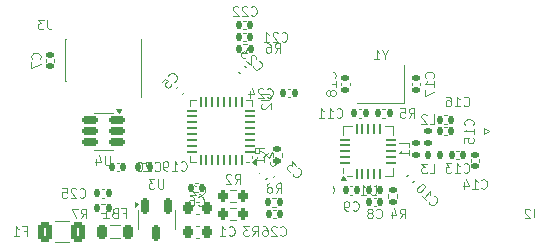
<source format=gbo>
G04 #@! TF.GenerationSoftware,KiCad,Pcbnew,9.0.0*
G04 #@! TF.CreationDate,2025-04-06T23:20:39+02:00*
G04 #@! TF.ProjectId,RF-to-USB,52462d74-6f2d-4555-9342-2e6b69636164,rev?*
G04 #@! TF.SameCoordinates,Original*
G04 #@! TF.FileFunction,Legend,Bot*
G04 #@! TF.FilePolarity,Positive*
%FSLAX46Y46*%
G04 Gerber Fmt 4.6, Leading zero omitted, Abs format (unit mm)*
G04 Created by KiCad (PCBNEW 9.0.0) date 2025-04-06 23:20:39*
%MOMM*%
%LPD*%
G01*
G04 APERTURE LIST*
G04 Aperture macros list*
%AMRoundRect*
0 Rectangle with rounded corners*
0 $1 Rounding radius*
0 $2 $3 $4 $5 $6 $7 $8 $9 X,Y pos of 4 corners*
0 Add a 4 corners polygon primitive as box body*
4,1,4,$2,$3,$4,$5,$6,$7,$8,$9,$2,$3,0*
0 Add four circle primitives for the rounded corners*
1,1,$1+$1,$2,$3*
1,1,$1+$1,$4,$5*
1,1,$1+$1,$6,$7*
1,1,$1+$1,$8,$9*
0 Add four rect primitives between the rounded corners*
20,1,$1+$1,$2,$3,$4,$5,0*
20,1,$1+$1,$4,$5,$6,$7,0*
20,1,$1+$1,$6,$7,$8,$9,0*
20,1,$1+$1,$8,$9,$2,$3,0*%
G04 Aperture macros list end*
%ADD10C,0.100000*%
%ADD11C,0.120000*%
%ADD12C,1.100000*%
%ADD13O,3.200000X1.300000*%
%ADD14RoundRect,0.140000X-0.140000X-0.170000X0.140000X-0.170000X0.140000X0.170000X-0.140000X0.170000X0*%
%ADD15RoundRect,0.147500X-0.147500X-0.172500X0.147500X-0.172500X0.147500X0.172500X-0.147500X0.172500X0*%
%ADD16RoundRect,0.200000X0.200000X0.275000X-0.200000X0.275000X-0.200000X-0.275000X0.200000X-0.275000X0*%
%ADD17RoundRect,0.150000X-0.150000X0.512500X-0.150000X-0.512500X0.150000X-0.512500X0.150000X0.512500X0*%
%ADD18RoundRect,0.147500X0.172500X-0.147500X0.172500X0.147500X-0.172500X0.147500X-0.172500X-0.147500X0*%
%ADD19RoundRect,0.140000X0.140000X0.170000X-0.140000X0.170000X-0.140000X-0.170000X0.140000X-0.170000X0*%
%ADD20RoundRect,0.135000X0.185000X-0.135000X0.185000X0.135000X-0.185000X0.135000X-0.185000X-0.135000X0*%
%ADD21R,5.080000X2.290000*%
%ADD22R,5.080000X2.420000*%
%ADD23RoundRect,0.140000X0.170000X-0.140000X0.170000X0.140000X-0.170000X0.140000X-0.170000X-0.140000X0*%
%ADD24RoundRect,0.225000X-0.225000X-0.250000X0.225000X-0.250000X0.225000X0.250000X-0.225000X0.250000X0*%
%ADD25RoundRect,0.140000X0.021213X-0.219203X0.219203X-0.021213X-0.021213X0.219203X-0.219203X0.021213X0*%
%ADD26R,1.400000X1.150000*%
%ADD27RoundRect,0.135000X0.135000X0.185000X-0.135000X0.185000X-0.135000X-0.185000X0.135000X-0.185000X0*%
%ADD28RoundRect,0.140000X-0.021213X0.219203X-0.219203X0.021213X0.021213X-0.219203X0.219203X-0.021213X0*%
%ADD29RoundRect,0.218750X0.218750X0.381250X-0.218750X0.381250X-0.218750X-0.381250X0.218750X-0.381250X0*%
%ADD30RoundRect,0.062500X-0.350000X-0.062500X0.350000X-0.062500X0.350000X0.062500X-0.350000X0.062500X0*%
%ADD31RoundRect,0.062500X-0.062500X-0.350000X0.062500X-0.350000X0.062500X0.350000X-0.062500X0.350000X0*%
%ADD32R,2.500000X2.500000*%
%ADD33RoundRect,0.135000X-0.135000X-0.185000X0.135000X-0.185000X0.135000X0.185000X-0.135000X0.185000X0*%
%ADD34R,0.740000X2.400000*%
%ADD35RoundRect,0.135000X-0.185000X0.135000X-0.185000X-0.135000X0.185000X-0.135000X0.185000X0.135000X0*%
%ADD36RoundRect,0.140000X-0.170000X0.140000X-0.170000X-0.140000X0.170000X-0.140000X0.170000X0.140000X0*%
%ADD37RoundRect,0.140000X0.219203X0.021213X0.021213X0.219203X-0.219203X-0.021213X-0.021213X-0.219203X0*%
%ADD38RoundRect,0.062500X0.062500X-0.375000X0.062500X0.375000X-0.062500X0.375000X-0.062500X-0.375000X0*%
%ADD39RoundRect,0.062500X0.375000X-0.062500X0.375000X0.062500X-0.375000X0.062500X-0.375000X-0.062500X0*%
%ADD40R,3.450000X3.450000*%
%ADD41RoundRect,0.250000X-0.375000X-0.625000X0.375000X-0.625000X0.375000X0.625000X-0.375000X0.625000X0*%
%ADD42RoundRect,0.150000X0.512500X0.150000X-0.512500X0.150000X-0.512500X-0.150000X0.512500X-0.150000X0*%
G04 APERTURE END LIST*
D10*
X105764285Y-47288704D02*
X105802381Y-47326800D01*
X105802381Y-47326800D02*
X105916666Y-47364895D01*
X105916666Y-47364895D02*
X105992857Y-47364895D01*
X105992857Y-47364895D02*
X106107143Y-47326800D01*
X106107143Y-47326800D02*
X106183333Y-47250609D01*
X106183333Y-47250609D02*
X106221428Y-47174419D01*
X106221428Y-47174419D02*
X106259524Y-47022038D01*
X106259524Y-47022038D02*
X106259524Y-46907752D01*
X106259524Y-46907752D02*
X106221428Y-46755371D01*
X106221428Y-46755371D02*
X106183333Y-46679180D01*
X106183333Y-46679180D02*
X106107143Y-46602990D01*
X106107143Y-46602990D02*
X105992857Y-46564895D01*
X105992857Y-46564895D02*
X105916666Y-46564895D01*
X105916666Y-46564895D02*
X105802381Y-46602990D01*
X105802381Y-46602990D02*
X105764285Y-46641085D01*
X105002381Y-47364895D02*
X105459524Y-47364895D01*
X105230952Y-47364895D02*
X105230952Y-46564895D01*
X105230952Y-46564895D02*
X105307143Y-46679180D01*
X105307143Y-46679180D02*
X105383333Y-46755371D01*
X105383333Y-46755371D02*
X105459524Y-46793466D01*
X104240476Y-47364895D02*
X104697619Y-47364895D01*
X104469047Y-47364895D02*
X104469047Y-46564895D01*
X104469047Y-46564895D02*
X104545238Y-46679180D01*
X104545238Y-46679180D02*
X104621428Y-46755371D01*
X104621428Y-46755371D02*
X104697619Y-46793466D01*
X113633333Y-52034895D02*
X114014285Y-52034895D01*
X114014285Y-52034895D02*
X114014285Y-51234895D01*
X113442857Y-51234895D02*
X112947619Y-51234895D01*
X112947619Y-51234895D02*
X113214285Y-51539657D01*
X113214285Y-51539657D02*
X113100000Y-51539657D01*
X113100000Y-51539657D02*
X113023809Y-51577752D01*
X113023809Y-51577752D02*
X112985714Y-51615847D01*
X112985714Y-51615847D02*
X112947619Y-51692038D01*
X112947619Y-51692038D02*
X112947619Y-51882514D01*
X112947619Y-51882514D02*
X112985714Y-51958704D01*
X112985714Y-51958704D02*
X113023809Y-51996800D01*
X113023809Y-51996800D02*
X113100000Y-52034895D01*
X113100000Y-52034895D02*
X113328571Y-52034895D01*
X113328571Y-52034895D02*
X113404762Y-51996800D01*
X113404762Y-51996800D02*
X113442857Y-51958704D01*
X98633332Y-57364895D02*
X98899999Y-56983942D01*
X99090475Y-57364895D02*
X99090475Y-56564895D01*
X99090475Y-56564895D02*
X98785713Y-56564895D01*
X98785713Y-56564895D02*
X98709523Y-56602990D01*
X98709523Y-56602990D02*
X98671428Y-56641085D01*
X98671428Y-56641085D02*
X98633332Y-56717276D01*
X98633332Y-56717276D02*
X98633332Y-56831561D01*
X98633332Y-56831561D02*
X98671428Y-56907752D01*
X98671428Y-56907752D02*
X98709523Y-56945847D01*
X98709523Y-56945847D02*
X98785713Y-56983942D01*
X98785713Y-56983942D02*
X99090475Y-56983942D01*
X98366666Y-56564895D02*
X97871428Y-56564895D01*
X97871428Y-56564895D02*
X98138094Y-56869657D01*
X98138094Y-56869657D02*
X98023809Y-56869657D01*
X98023809Y-56869657D02*
X97947618Y-56907752D01*
X97947618Y-56907752D02*
X97909523Y-56945847D01*
X97909523Y-56945847D02*
X97871428Y-57022038D01*
X97871428Y-57022038D02*
X97871428Y-57212514D01*
X97871428Y-57212514D02*
X97909523Y-57288704D01*
X97909523Y-57288704D02*
X97947618Y-57326800D01*
X97947618Y-57326800D02*
X98023809Y-57364895D01*
X98023809Y-57364895D02*
X98252380Y-57364895D01*
X98252380Y-57364895D02*
X98328571Y-57326800D01*
X98328571Y-57326800D02*
X98366666Y-57288704D01*
X91109523Y-52564895D02*
X91109523Y-53212514D01*
X91109523Y-53212514D02*
X91071428Y-53288704D01*
X91071428Y-53288704D02*
X91033333Y-53326800D01*
X91033333Y-53326800D02*
X90957142Y-53364895D01*
X90957142Y-53364895D02*
X90804761Y-53364895D01*
X90804761Y-53364895D02*
X90728571Y-53326800D01*
X90728571Y-53326800D02*
X90690476Y-53288704D01*
X90690476Y-53288704D02*
X90652380Y-53212514D01*
X90652380Y-53212514D02*
X90652380Y-52564895D01*
X90347619Y-52564895D02*
X89852381Y-52564895D01*
X89852381Y-52564895D02*
X90119047Y-52869657D01*
X90119047Y-52869657D02*
X90004762Y-52869657D01*
X90004762Y-52869657D02*
X89928571Y-52907752D01*
X89928571Y-52907752D02*
X89890476Y-52945847D01*
X89890476Y-52945847D02*
X89852381Y-53022038D01*
X89852381Y-53022038D02*
X89852381Y-53212514D01*
X89852381Y-53212514D02*
X89890476Y-53288704D01*
X89890476Y-53288704D02*
X89928571Y-53326800D01*
X89928571Y-53326800D02*
X90004762Y-53364895D01*
X90004762Y-53364895D02*
X90233333Y-53364895D01*
X90233333Y-53364895D02*
X90309524Y-53326800D01*
X90309524Y-53326800D02*
X90347619Y-53288704D01*
X113633333Y-47864895D02*
X114014285Y-47864895D01*
X114014285Y-47864895D02*
X114014285Y-47064895D01*
X113404762Y-47141085D02*
X113366666Y-47102990D01*
X113366666Y-47102990D02*
X113290476Y-47064895D01*
X113290476Y-47064895D02*
X113100000Y-47064895D01*
X113100000Y-47064895D02*
X113023809Y-47102990D01*
X113023809Y-47102990D02*
X112985714Y-47141085D01*
X112985714Y-47141085D02*
X112947619Y-47217276D01*
X112947619Y-47217276D02*
X112947619Y-47293466D01*
X112947619Y-47293466D02*
X112985714Y-47407752D01*
X112985714Y-47407752D02*
X113442857Y-47864895D01*
X113442857Y-47864895D02*
X112947619Y-47864895D01*
X101004285Y-57288704D02*
X101042381Y-57326800D01*
X101042381Y-57326800D02*
X101156666Y-57364895D01*
X101156666Y-57364895D02*
X101232857Y-57364895D01*
X101232857Y-57364895D02*
X101347143Y-57326800D01*
X101347143Y-57326800D02*
X101423333Y-57250609D01*
X101423333Y-57250609D02*
X101461428Y-57174419D01*
X101461428Y-57174419D02*
X101499524Y-57022038D01*
X101499524Y-57022038D02*
X101499524Y-56907752D01*
X101499524Y-56907752D02*
X101461428Y-56755371D01*
X101461428Y-56755371D02*
X101423333Y-56679180D01*
X101423333Y-56679180D02*
X101347143Y-56602990D01*
X101347143Y-56602990D02*
X101232857Y-56564895D01*
X101232857Y-56564895D02*
X101156666Y-56564895D01*
X101156666Y-56564895D02*
X101042381Y-56602990D01*
X101042381Y-56602990D02*
X101004285Y-56641085D01*
X100699524Y-56641085D02*
X100661428Y-56602990D01*
X100661428Y-56602990D02*
X100585238Y-56564895D01*
X100585238Y-56564895D02*
X100394762Y-56564895D01*
X100394762Y-56564895D02*
X100318571Y-56602990D01*
X100318571Y-56602990D02*
X100280476Y-56641085D01*
X100280476Y-56641085D02*
X100242381Y-56717276D01*
X100242381Y-56717276D02*
X100242381Y-56793466D01*
X100242381Y-56793466D02*
X100280476Y-56907752D01*
X100280476Y-56907752D02*
X100737619Y-57364895D01*
X100737619Y-57364895D02*
X100242381Y-57364895D01*
X99556666Y-56564895D02*
X99709047Y-56564895D01*
X99709047Y-56564895D02*
X99785238Y-56602990D01*
X99785238Y-56602990D02*
X99823333Y-56641085D01*
X99823333Y-56641085D02*
X99899523Y-56755371D01*
X99899523Y-56755371D02*
X99937619Y-56907752D01*
X99937619Y-56907752D02*
X99937619Y-57212514D01*
X99937619Y-57212514D02*
X99899523Y-57288704D01*
X99899523Y-57288704D02*
X99861428Y-57326800D01*
X99861428Y-57326800D02*
X99785238Y-57364895D01*
X99785238Y-57364895D02*
X99632857Y-57364895D01*
X99632857Y-57364895D02*
X99556666Y-57326800D01*
X99556666Y-57326800D02*
X99518571Y-57288704D01*
X99518571Y-57288704D02*
X99480476Y-57212514D01*
X99480476Y-57212514D02*
X99480476Y-57022038D01*
X99480476Y-57022038D02*
X99518571Y-56945847D01*
X99518571Y-56945847D02*
X99556666Y-56907752D01*
X99556666Y-56907752D02*
X99632857Y-56869657D01*
X99632857Y-56869657D02*
X99785238Y-56869657D01*
X99785238Y-56869657D02*
X99861428Y-56907752D01*
X99861428Y-56907752D02*
X99899523Y-56945847D01*
X99899523Y-56945847D02*
X99937619Y-57022038D01*
X109133332Y-55788704D02*
X109171428Y-55826800D01*
X109171428Y-55826800D02*
X109285713Y-55864895D01*
X109285713Y-55864895D02*
X109361904Y-55864895D01*
X109361904Y-55864895D02*
X109476190Y-55826800D01*
X109476190Y-55826800D02*
X109552380Y-55750609D01*
X109552380Y-55750609D02*
X109590475Y-55674419D01*
X109590475Y-55674419D02*
X109628571Y-55522038D01*
X109628571Y-55522038D02*
X109628571Y-55407752D01*
X109628571Y-55407752D02*
X109590475Y-55255371D01*
X109590475Y-55255371D02*
X109552380Y-55179180D01*
X109552380Y-55179180D02*
X109476190Y-55102990D01*
X109476190Y-55102990D02*
X109361904Y-55064895D01*
X109361904Y-55064895D02*
X109285713Y-55064895D01*
X109285713Y-55064895D02*
X109171428Y-55102990D01*
X109171428Y-55102990D02*
X109133332Y-55141085D01*
X108676190Y-55407752D02*
X108752380Y-55369657D01*
X108752380Y-55369657D02*
X108790475Y-55331561D01*
X108790475Y-55331561D02*
X108828571Y-55255371D01*
X108828571Y-55255371D02*
X108828571Y-55217276D01*
X108828571Y-55217276D02*
X108790475Y-55141085D01*
X108790475Y-55141085D02*
X108752380Y-55102990D01*
X108752380Y-55102990D02*
X108676190Y-55064895D01*
X108676190Y-55064895D02*
X108523809Y-55064895D01*
X108523809Y-55064895D02*
X108447618Y-55102990D01*
X108447618Y-55102990D02*
X108409523Y-55141085D01*
X108409523Y-55141085D02*
X108371428Y-55217276D01*
X108371428Y-55217276D02*
X108371428Y-55255371D01*
X108371428Y-55255371D02*
X108409523Y-55331561D01*
X108409523Y-55331561D02*
X108447618Y-55369657D01*
X108447618Y-55369657D02*
X108523809Y-55407752D01*
X108523809Y-55407752D02*
X108676190Y-55407752D01*
X108676190Y-55407752D02*
X108752380Y-55445847D01*
X108752380Y-55445847D02*
X108790475Y-55483942D01*
X108790475Y-55483942D02*
X108828571Y-55560133D01*
X108828571Y-55560133D02*
X108828571Y-55712514D01*
X108828571Y-55712514D02*
X108790475Y-55788704D01*
X108790475Y-55788704D02*
X108752380Y-55826800D01*
X108752380Y-55826800D02*
X108676190Y-55864895D01*
X108676190Y-55864895D02*
X108523809Y-55864895D01*
X108523809Y-55864895D02*
X108447618Y-55826800D01*
X108447618Y-55826800D02*
X108409523Y-55788704D01*
X108409523Y-55788704D02*
X108371428Y-55712514D01*
X108371428Y-55712514D02*
X108371428Y-55560133D01*
X108371428Y-55560133D02*
X108409523Y-55483942D01*
X108409523Y-55483942D02*
X108447618Y-55445847D01*
X108447618Y-55445847D02*
X108523809Y-55407752D01*
X99614895Y-50366667D02*
X99233942Y-50100000D01*
X99614895Y-49909524D02*
X98814895Y-49909524D01*
X98814895Y-49909524D02*
X98814895Y-50214286D01*
X98814895Y-50214286D02*
X98852990Y-50290476D01*
X98852990Y-50290476D02*
X98891085Y-50328571D01*
X98891085Y-50328571D02*
X98967276Y-50366667D01*
X98967276Y-50366667D02*
X99081561Y-50366667D01*
X99081561Y-50366667D02*
X99157752Y-50328571D01*
X99157752Y-50328571D02*
X99195847Y-50290476D01*
X99195847Y-50290476D02*
X99233942Y-50214286D01*
X99233942Y-50214286D02*
X99233942Y-49909524D01*
X99614895Y-51128571D02*
X99614895Y-50671428D01*
X99614895Y-50900000D02*
X98814895Y-50900000D01*
X98814895Y-50900000D02*
X98929180Y-50823809D01*
X98929180Y-50823809D02*
X99005371Y-50747619D01*
X99005371Y-50747619D02*
X99043466Y-50671428D01*
X122476666Y-55064895D02*
X122476666Y-55636323D01*
X122476666Y-55636323D02*
X122514761Y-55750609D01*
X122514761Y-55750609D02*
X122590952Y-55826800D01*
X122590952Y-55826800D02*
X122705237Y-55864895D01*
X122705237Y-55864895D02*
X122781428Y-55864895D01*
X122133809Y-55141085D02*
X122095713Y-55102990D01*
X122095713Y-55102990D02*
X122019523Y-55064895D01*
X122019523Y-55064895D02*
X121829047Y-55064895D01*
X121829047Y-55064895D02*
X121752856Y-55102990D01*
X121752856Y-55102990D02*
X121714761Y-55141085D01*
X121714761Y-55141085D02*
X121676666Y-55217276D01*
X121676666Y-55217276D02*
X121676666Y-55293466D01*
X121676666Y-55293466D02*
X121714761Y-55407752D01*
X121714761Y-55407752D02*
X122171904Y-55864895D01*
X122171904Y-55864895D02*
X121676666Y-55864895D01*
X113948704Y-43985714D02*
X113986800Y-43947618D01*
X113986800Y-43947618D02*
X114024895Y-43833333D01*
X114024895Y-43833333D02*
X114024895Y-43757142D01*
X114024895Y-43757142D02*
X113986800Y-43642856D01*
X113986800Y-43642856D02*
X113910609Y-43566666D01*
X113910609Y-43566666D02*
X113834419Y-43528571D01*
X113834419Y-43528571D02*
X113682038Y-43490475D01*
X113682038Y-43490475D02*
X113567752Y-43490475D01*
X113567752Y-43490475D02*
X113415371Y-43528571D01*
X113415371Y-43528571D02*
X113339180Y-43566666D01*
X113339180Y-43566666D02*
X113262990Y-43642856D01*
X113262990Y-43642856D02*
X113224895Y-43757142D01*
X113224895Y-43757142D02*
X113224895Y-43833333D01*
X113224895Y-43833333D02*
X113262990Y-43947618D01*
X113262990Y-43947618D02*
X113301085Y-43985714D01*
X114024895Y-44747618D02*
X114024895Y-44290475D01*
X114024895Y-44519047D02*
X113224895Y-44519047D01*
X113224895Y-44519047D02*
X113339180Y-44442856D01*
X113339180Y-44442856D02*
X113415371Y-44366666D01*
X113415371Y-44366666D02*
X113453466Y-44290475D01*
X113224895Y-45014285D02*
X113224895Y-45547619D01*
X113224895Y-45547619D02*
X114024895Y-45204761D01*
X94133332Y-53788704D02*
X94171428Y-53826800D01*
X94171428Y-53826800D02*
X94285713Y-53864895D01*
X94285713Y-53864895D02*
X94361904Y-53864895D01*
X94361904Y-53864895D02*
X94476190Y-53826800D01*
X94476190Y-53826800D02*
X94552380Y-53750609D01*
X94552380Y-53750609D02*
X94590475Y-53674419D01*
X94590475Y-53674419D02*
X94628571Y-53522038D01*
X94628571Y-53522038D02*
X94628571Y-53407752D01*
X94628571Y-53407752D02*
X94590475Y-53255371D01*
X94590475Y-53255371D02*
X94552380Y-53179180D01*
X94552380Y-53179180D02*
X94476190Y-53102990D01*
X94476190Y-53102990D02*
X94361904Y-53064895D01*
X94361904Y-53064895D02*
X94285713Y-53064895D01*
X94285713Y-53064895D02*
X94171428Y-53102990D01*
X94171428Y-53102990D02*
X94133332Y-53141085D01*
X93828571Y-53141085D02*
X93790475Y-53102990D01*
X93790475Y-53102990D02*
X93714285Y-53064895D01*
X93714285Y-53064895D02*
X93523809Y-53064895D01*
X93523809Y-53064895D02*
X93447618Y-53102990D01*
X93447618Y-53102990D02*
X93409523Y-53141085D01*
X93409523Y-53141085D02*
X93371428Y-53217276D01*
X93371428Y-53217276D02*
X93371428Y-53293466D01*
X93371428Y-53293466D02*
X93409523Y-53407752D01*
X93409523Y-53407752D02*
X93866666Y-53864895D01*
X93866666Y-53864895D02*
X93371428Y-53864895D01*
X84004285Y-54058704D02*
X84042381Y-54096800D01*
X84042381Y-54096800D02*
X84156666Y-54134895D01*
X84156666Y-54134895D02*
X84232857Y-54134895D01*
X84232857Y-54134895D02*
X84347143Y-54096800D01*
X84347143Y-54096800D02*
X84423333Y-54020609D01*
X84423333Y-54020609D02*
X84461428Y-53944419D01*
X84461428Y-53944419D02*
X84499524Y-53792038D01*
X84499524Y-53792038D02*
X84499524Y-53677752D01*
X84499524Y-53677752D02*
X84461428Y-53525371D01*
X84461428Y-53525371D02*
X84423333Y-53449180D01*
X84423333Y-53449180D02*
X84347143Y-53372990D01*
X84347143Y-53372990D02*
X84232857Y-53334895D01*
X84232857Y-53334895D02*
X84156666Y-53334895D01*
X84156666Y-53334895D02*
X84042381Y-53372990D01*
X84042381Y-53372990D02*
X84004285Y-53411085D01*
X83699524Y-53411085D02*
X83661428Y-53372990D01*
X83661428Y-53372990D02*
X83585238Y-53334895D01*
X83585238Y-53334895D02*
X83394762Y-53334895D01*
X83394762Y-53334895D02*
X83318571Y-53372990D01*
X83318571Y-53372990D02*
X83280476Y-53411085D01*
X83280476Y-53411085D02*
X83242381Y-53487276D01*
X83242381Y-53487276D02*
X83242381Y-53563466D01*
X83242381Y-53563466D02*
X83280476Y-53677752D01*
X83280476Y-53677752D02*
X83737619Y-54134895D01*
X83737619Y-54134895D02*
X83242381Y-54134895D01*
X82518571Y-53334895D02*
X82899523Y-53334895D01*
X82899523Y-53334895D02*
X82937619Y-53715847D01*
X82937619Y-53715847D02*
X82899523Y-53677752D01*
X82899523Y-53677752D02*
X82823333Y-53639657D01*
X82823333Y-53639657D02*
X82632857Y-53639657D01*
X82632857Y-53639657D02*
X82556666Y-53677752D01*
X82556666Y-53677752D02*
X82518571Y-53715847D01*
X82518571Y-53715847D02*
X82480476Y-53792038D01*
X82480476Y-53792038D02*
X82480476Y-53982514D01*
X82480476Y-53982514D02*
X82518571Y-54058704D01*
X82518571Y-54058704D02*
X82556666Y-54096800D01*
X82556666Y-54096800D02*
X82632857Y-54134895D01*
X82632857Y-54134895D02*
X82823333Y-54134895D01*
X82823333Y-54134895D02*
X82899523Y-54096800D01*
X82899523Y-54096800D02*
X82937619Y-54058704D01*
X100097242Y-51134211D02*
X100097242Y-51188086D01*
X100097242Y-51188086D02*
X100151117Y-51295836D01*
X100151117Y-51295836D02*
X100204992Y-51349710D01*
X100204992Y-51349710D02*
X100312741Y-51403585D01*
X100312741Y-51403585D02*
X100420491Y-51403585D01*
X100420491Y-51403585D02*
X100501303Y-51376648D01*
X100501303Y-51376648D02*
X100635990Y-51295836D01*
X100635990Y-51295836D02*
X100716802Y-51215023D01*
X100716802Y-51215023D02*
X100797614Y-51080336D01*
X100797614Y-51080336D02*
X100824552Y-50999524D01*
X100824552Y-50999524D02*
X100824552Y-50891775D01*
X100824552Y-50891775D02*
X100770677Y-50784025D01*
X100770677Y-50784025D02*
X100716802Y-50730150D01*
X100716802Y-50730150D02*
X100609053Y-50676275D01*
X100609053Y-50676275D02*
X100555178Y-50676275D01*
X99935618Y-50326089D02*
X99558494Y-50703213D01*
X100285804Y-50245277D02*
X100016430Y-50784025D01*
X100016430Y-50784025D02*
X99666244Y-50433839D01*
X109880951Y-42033942D02*
X109880951Y-42414895D01*
X110147618Y-41614895D02*
X109880951Y-42033942D01*
X109880951Y-42033942D02*
X109614285Y-41614895D01*
X108928571Y-42414895D02*
X109385714Y-42414895D01*
X109157142Y-42414895D02*
X109157142Y-41614895D01*
X109157142Y-41614895D02*
X109233333Y-41729180D01*
X109233333Y-41729180D02*
X109309523Y-41805371D01*
X109309523Y-41805371D02*
X109385714Y-41843466D01*
X113573723Y-54482014D02*
X113573723Y-54535888D01*
X113573723Y-54535888D02*
X113627598Y-54643638D01*
X113627598Y-54643638D02*
X113681473Y-54697513D01*
X113681473Y-54697513D02*
X113789223Y-54751388D01*
X113789223Y-54751388D02*
X113896972Y-54751388D01*
X113896972Y-54751388D02*
X113977785Y-54724450D01*
X113977785Y-54724450D02*
X114112472Y-54643638D01*
X114112472Y-54643638D02*
X114193284Y-54562826D01*
X114193284Y-54562826D02*
X114274096Y-54428139D01*
X114274096Y-54428139D02*
X114301033Y-54347327D01*
X114301033Y-54347327D02*
X114301033Y-54239577D01*
X114301033Y-54239577D02*
X114247159Y-54131827D01*
X114247159Y-54131827D02*
X114193284Y-54077953D01*
X114193284Y-54077953D02*
X114085534Y-54024078D01*
X114085534Y-54024078D02*
X114031659Y-54024078D01*
X112981101Y-53997140D02*
X113304349Y-54320389D01*
X113142725Y-54158765D02*
X113708410Y-53593079D01*
X113708410Y-53593079D02*
X113681473Y-53727766D01*
X113681473Y-53727766D02*
X113681473Y-53835516D01*
X113681473Y-53835516D02*
X113708410Y-53916328D01*
X113196600Y-53081269D02*
X113142725Y-53027394D01*
X113142725Y-53027394D02*
X113061913Y-53000456D01*
X113061913Y-53000456D02*
X113008038Y-53000456D01*
X113008038Y-53000456D02*
X112927226Y-53027394D01*
X112927226Y-53027394D02*
X112792539Y-53108206D01*
X112792539Y-53108206D02*
X112657852Y-53242893D01*
X112657852Y-53242893D02*
X112577039Y-53377580D01*
X112577039Y-53377580D02*
X112550102Y-53458392D01*
X112550102Y-53458392D02*
X112550102Y-53512267D01*
X112550102Y-53512267D02*
X112577039Y-53593079D01*
X112577039Y-53593079D02*
X112630914Y-53646954D01*
X112630914Y-53646954D02*
X112711726Y-53673891D01*
X112711726Y-53673891D02*
X112765601Y-53673891D01*
X112765601Y-53673891D02*
X112846413Y-53646954D01*
X112846413Y-53646954D02*
X112981100Y-53566142D01*
X112981100Y-53566142D02*
X113115788Y-53431455D01*
X113115788Y-53431455D02*
X113196600Y-53296768D01*
X113196600Y-53296768D02*
X113223537Y-53215956D01*
X113223537Y-53215956D02*
X113223537Y-53162081D01*
X113223537Y-53162081D02*
X113196600Y-53081269D01*
X111883332Y-47364895D02*
X112149999Y-46983942D01*
X112340475Y-47364895D02*
X112340475Y-46564895D01*
X112340475Y-46564895D02*
X112035713Y-46564895D01*
X112035713Y-46564895D02*
X111959523Y-46602990D01*
X111959523Y-46602990D02*
X111921428Y-46641085D01*
X111921428Y-46641085D02*
X111883332Y-46717276D01*
X111883332Y-46717276D02*
X111883332Y-46831561D01*
X111883332Y-46831561D02*
X111921428Y-46907752D01*
X111921428Y-46907752D02*
X111959523Y-46945847D01*
X111959523Y-46945847D02*
X112035713Y-46983942D01*
X112035713Y-46983942D02*
X112340475Y-46983942D01*
X111159523Y-46564895D02*
X111540475Y-46564895D01*
X111540475Y-46564895D02*
X111578571Y-46945847D01*
X111578571Y-46945847D02*
X111540475Y-46907752D01*
X111540475Y-46907752D02*
X111464285Y-46869657D01*
X111464285Y-46869657D02*
X111273809Y-46869657D01*
X111273809Y-46869657D02*
X111197618Y-46907752D01*
X111197618Y-46907752D02*
X111159523Y-46945847D01*
X111159523Y-46945847D02*
X111121428Y-47022038D01*
X111121428Y-47022038D02*
X111121428Y-47212514D01*
X111121428Y-47212514D02*
X111159523Y-47288704D01*
X111159523Y-47288704D02*
X111197618Y-47326800D01*
X111197618Y-47326800D02*
X111273809Y-47364895D01*
X111273809Y-47364895D02*
X111464285Y-47364895D01*
X111464285Y-47364895D02*
X111540475Y-47326800D01*
X111540475Y-47326800D02*
X111578571Y-47288704D01*
X94023332Y-54718704D02*
X94061428Y-54756800D01*
X94061428Y-54756800D02*
X94175713Y-54794895D01*
X94175713Y-54794895D02*
X94251904Y-54794895D01*
X94251904Y-54794895D02*
X94366190Y-54756800D01*
X94366190Y-54756800D02*
X94442380Y-54680609D01*
X94442380Y-54680609D02*
X94480475Y-54604419D01*
X94480475Y-54604419D02*
X94518571Y-54452038D01*
X94518571Y-54452038D02*
X94518571Y-54337752D01*
X94518571Y-54337752D02*
X94480475Y-54185371D01*
X94480475Y-54185371D02*
X94442380Y-54109180D01*
X94442380Y-54109180D02*
X94366190Y-54032990D01*
X94366190Y-54032990D02*
X94251904Y-53994895D01*
X94251904Y-53994895D02*
X94175713Y-53994895D01*
X94175713Y-53994895D02*
X94061428Y-54032990D01*
X94061428Y-54032990D02*
X94023332Y-54071085D01*
X93337618Y-53994895D02*
X93489999Y-53994895D01*
X93489999Y-53994895D02*
X93566190Y-54032990D01*
X93566190Y-54032990D02*
X93604285Y-54071085D01*
X93604285Y-54071085D02*
X93680475Y-54185371D01*
X93680475Y-54185371D02*
X93718571Y-54337752D01*
X93718571Y-54337752D02*
X93718571Y-54642514D01*
X93718571Y-54642514D02*
X93680475Y-54718704D01*
X93680475Y-54718704D02*
X93642380Y-54756800D01*
X93642380Y-54756800D02*
X93566190Y-54794895D01*
X93566190Y-54794895D02*
X93413809Y-54794895D01*
X93413809Y-54794895D02*
X93337618Y-54756800D01*
X93337618Y-54756800D02*
X93299523Y-54718704D01*
X93299523Y-54718704D02*
X93261428Y-54642514D01*
X93261428Y-54642514D02*
X93261428Y-54452038D01*
X93261428Y-54452038D02*
X93299523Y-54375847D01*
X93299523Y-54375847D02*
X93337618Y-54337752D01*
X93337618Y-54337752D02*
X93413809Y-54299657D01*
X93413809Y-54299657D02*
X93566190Y-54299657D01*
X93566190Y-54299657D02*
X93642380Y-54337752D01*
X93642380Y-54337752D02*
X93680475Y-54375847D01*
X93680475Y-54375847D02*
X93718571Y-54452038D01*
X117288704Y-47985714D02*
X117326800Y-47947618D01*
X117326800Y-47947618D02*
X117364895Y-47833333D01*
X117364895Y-47833333D02*
X117364895Y-47757142D01*
X117364895Y-47757142D02*
X117326800Y-47642856D01*
X117326800Y-47642856D02*
X117250609Y-47566666D01*
X117250609Y-47566666D02*
X117174419Y-47528571D01*
X117174419Y-47528571D02*
X117022038Y-47490475D01*
X117022038Y-47490475D02*
X116907752Y-47490475D01*
X116907752Y-47490475D02*
X116755371Y-47528571D01*
X116755371Y-47528571D02*
X116679180Y-47566666D01*
X116679180Y-47566666D02*
X116602990Y-47642856D01*
X116602990Y-47642856D02*
X116564895Y-47757142D01*
X116564895Y-47757142D02*
X116564895Y-47833333D01*
X116564895Y-47833333D02*
X116602990Y-47947618D01*
X116602990Y-47947618D02*
X116641085Y-47985714D01*
X117364895Y-48747618D02*
X117364895Y-48290475D01*
X117364895Y-48519047D02*
X116564895Y-48519047D01*
X116564895Y-48519047D02*
X116679180Y-48442856D01*
X116679180Y-48442856D02*
X116755371Y-48366666D01*
X116755371Y-48366666D02*
X116793466Y-48290475D01*
X116564895Y-49471428D02*
X116564895Y-49090476D01*
X116564895Y-49090476D02*
X116945847Y-49052380D01*
X116945847Y-49052380D02*
X116907752Y-49090476D01*
X116907752Y-49090476D02*
X116869657Y-49166666D01*
X116869657Y-49166666D02*
X116869657Y-49357142D01*
X116869657Y-49357142D02*
X116907752Y-49433333D01*
X116907752Y-49433333D02*
X116945847Y-49471428D01*
X116945847Y-49471428D02*
X117022038Y-49509523D01*
X117022038Y-49509523D02*
X117212514Y-49509523D01*
X117212514Y-49509523D02*
X117288704Y-49471428D01*
X117288704Y-49471428D02*
X117326800Y-49433333D01*
X117326800Y-49433333D02*
X117364895Y-49357142D01*
X117364895Y-49357142D02*
X117364895Y-49166666D01*
X117364895Y-49166666D02*
X117326800Y-49090476D01*
X117326800Y-49090476D02*
X117288704Y-49052380D01*
X92584285Y-51768704D02*
X92622381Y-51806800D01*
X92622381Y-51806800D02*
X92736666Y-51844895D01*
X92736666Y-51844895D02*
X92812857Y-51844895D01*
X92812857Y-51844895D02*
X92927143Y-51806800D01*
X92927143Y-51806800D02*
X93003333Y-51730609D01*
X93003333Y-51730609D02*
X93041428Y-51654419D01*
X93041428Y-51654419D02*
X93079524Y-51502038D01*
X93079524Y-51502038D02*
X93079524Y-51387752D01*
X93079524Y-51387752D02*
X93041428Y-51235371D01*
X93041428Y-51235371D02*
X93003333Y-51159180D01*
X93003333Y-51159180D02*
X92927143Y-51082990D01*
X92927143Y-51082990D02*
X92812857Y-51044895D01*
X92812857Y-51044895D02*
X92736666Y-51044895D01*
X92736666Y-51044895D02*
X92622381Y-51082990D01*
X92622381Y-51082990D02*
X92584285Y-51121085D01*
X91822381Y-51844895D02*
X92279524Y-51844895D01*
X92050952Y-51844895D02*
X92050952Y-51044895D01*
X92050952Y-51044895D02*
X92127143Y-51159180D01*
X92127143Y-51159180D02*
X92203333Y-51235371D01*
X92203333Y-51235371D02*
X92279524Y-51273466D01*
X91441428Y-51844895D02*
X91289047Y-51844895D01*
X91289047Y-51844895D02*
X91212857Y-51806800D01*
X91212857Y-51806800D02*
X91174761Y-51768704D01*
X91174761Y-51768704D02*
X91098571Y-51654419D01*
X91098571Y-51654419D02*
X91060476Y-51502038D01*
X91060476Y-51502038D02*
X91060476Y-51197276D01*
X91060476Y-51197276D02*
X91098571Y-51121085D01*
X91098571Y-51121085D02*
X91136666Y-51082990D01*
X91136666Y-51082990D02*
X91212857Y-51044895D01*
X91212857Y-51044895D02*
X91365238Y-51044895D01*
X91365238Y-51044895D02*
X91441428Y-51082990D01*
X91441428Y-51082990D02*
X91479523Y-51121085D01*
X91479523Y-51121085D02*
X91517619Y-51197276D01*
X91517619Y-51197276D02*
X91517619Y-51387752D01*
X91517619Y-51387752D02*
X91479523Y-51463942D01*
X91479523Y-51463942D02*
X91441428Y-51502038D01*
X91441428Y-51502038D02*
X91365238Y-51540133D01*
X91365238Y-51540133D02*
X91212857Y-51540133D01*
X91212857Y-51540133D02*
X91136666Y-51502038D01*
X91136666Y-51502038D02*
X91098571Y-51463942D01*
X91098571Y-51463942D02*
X91060476Y-51387752D01*
X91968181Y-44309620D02*
X92022056Y-44309620D01*
X92022056Y-44309620D02*
X92129806Y-44255745D01*
X92129806Y-44255745D02*
X92183680Y-44201870D01*
X92183680Y-44201870D02*
X92237555Y-44094121D01*
X92237555Y-44094121D02*
X92237555Y-43986371D01*
X92237555Y-43986371D02*
X92210618Y-43905559D01*
X92210618Y-43905559D02*
X92129806Y-43770872D01*
X92129806Y-43770872D02*
X92048993Y-43690060D01*
X92048993Y-43690060D02*
X91914306Y-43609248D01*
X91914306Y-43609248D02*
X91833494Y-43582310D01*
X91833494Y-43582310D02*
X91725745Y-43582310D01*
X91725745Y-43582310D02*
X91617995Y-43636185D01*
X91617995Y-43636185D02*
X91564120Y-43690060D01*
X91564120Y-43690060D02*
X91510245Y-43797809D01*
X91510245Y-43797809D02*
X91510245Y-43851684D01*
X90944560Y-44309620D02*
X91213934Y-44040246D01*
X91213934Y-44040246D02*
X91510245Y-44282683D01*
X91510245Y-44282683D02*
X91456371Y-44282683D01*
X91456371Y-44282683D02*
X91375558Y-44309620D01*
X91375558Y-44309620D02*
X91240871Y-44444307D01*
X91240871Y-44444307D02*
X91213934Y-44525119D01*
X91213934Y-44525119D02*
X91213934Y-44578994D01*
X91213934Y-44578994D02*
X91240871Y-44659806D01*
X91240871Y-44659806D02*
X91375558Y-44794493D01*
X91375558Y-44794493D02*
X91456371Y-44821431D01*
X91456371Y-44821431D02*
X91510245Y-44821431D01*
X91510245Y-44821431D02*
X91591058Y-44794493D01*
X91591058Y-44794493D02*
X91725745Y-44659806D01*
X91725745Y-44659806D02*
X91752682Y-44578994D01*
X91752682Y-44578994D02*
X91752682Y-44525119D01*
X111864895Y-49866666D02*
X111864895Y-49485714D01*
X111864895Y-49485714D02*
X111064895Y-49485714D01*
X111864895Y-50552380D02*
X111864895Y-50095237D01*
X111864895Y-50323809D02*
X111064895Y-50323809D01*
X111064895Y-50323809D02*
X111179180Y-50247618D01*
X111179180Y-50247618D02*
X111255371Y-50171428D01*
X111255371Y-50171428D02*
X111293466Y-50095237D01*
X87666666Y-55395847D02*
X87933332Y-55395847D01*
X87933332Y-55814895D02*
X87933332Y-55014895D01*
X87933332Y-55014895D02*
X87552380Y-55014895D01*
X86980952Y-55395847D02*
X86866666Y-55433942D01*
X86866666Y-55433942D02*
X86828571Y-55472038D01*
X86828571Y-55472038D02*
X86790475Y-55548228D01*
X86790475Y-55548228D02*
X86790475Y-55662514D01*
X86790475Y-55662514D02*
X86828571Y-55738704D01*
X86828571Y-55738704D02*
X86866666Y-55776800D01*
X86866666Y-55776800D02*
X86942856Y-55814895D01*
X86942856Y-55814895D02*
X87247618Y-55814895D01*
X87247618Y-55814895D02*
X87247618Y-55014895D01*
X87247618Y-55014895D02*
X86980952Y-55014895D01*
X86980952Y-55014895D02*
X86904761Y-55052990D01*
X86904761Y-55052990D02*
X86866666Y-55091085D01*
X86866666Y-55091085D02*
X86828571Y-55167276D01*
X86828571Y-55167276D02*
X86828571Y-55243466D01*
X86828571Y-55243466D02*
X86866666Y-55319657D01*
X86866666Y-55319657D02*
X86904761Y-55357752D01*
X86904761Y-55357752D02*
X86980952Y-55395847D01*
X86980952Y-55395847D02*
X87247618Y-55395847D01*
X86028571Y-55814895D02*
X86485714Y-55814895D01*
X86257142Y-55814895D02*
X86257142Y-55014895D01*
X86257142Y-55014895D02*
X86333333Y-55129180D01*
X86333333Y-55129180D02*
X86409523Y-55205371D01*
X86409523Y-55205371D02*
X86485714Y-55243466D01*
X116514285Y-51948704D02*
X116552381Y-51986800D01*
X116552381Y-51986800D02*
X116666666Y-52024895D01*
X116666666Y-52024895D02*
X116742857Y-52024895D01*
X116742857Y-52024895D02*
X116857143Y-51986800D01*
X116857143Y-51986800D02*
X116933333Y-51910609D01*
X116933333Y-51910609D02*
X116971428Y-51834419D01*
X116971428Y-51834419D02*
X117009524Y-51682038D01*
X117009524Y-51682038D02*
X117009524Y-51567752D01*
X117009524Y-51567752D02*
X116971428Y-51415371D01*
X116971428Y-51415371D02*
X116933333Y-51339180D01*
X116933333Y-51339180D02*
X116857143Y-51262990D01*
X116857143Y-51262990D02*
X116742857Y-51224895D01*
X116742857Y-51224895D02*
X116666666Y-51224895D01*
X116666666Y-51224895D02*
X116552381Y-51262990D01*
X116552381Y-51262990D02*
X116514285Y-51301085D01*
X115752381Y-52024895D02*
X116209524Y-52024895D01*
X115980952Y-52024895D02*
X115980952Y-51224895D01*
X115980952Y-51224895D02*
X116057143Y-51339180D01*
X116057143Y-51339180D02*
X116133333Y-51415371D01*
X116133333Y-51415371D02*
X116209524Y-51453466D01*
X115485714Y-51224895D02*
X114990476Y-51224895D01*
X114990476Y-51224895D02*
X115257142Y-51529657D01*
X115257142Y-51529657D02*
X115142857Y-51529657D01*
X115142857Y-51529657D02*
X115066666Y-51567752D01*
X115066666Y-51567752D02*
X115028571Y-51605847D01*
X115028571Y-51605847D02*
X114990476Y-51682038D01*
X114990476Y-51682038D02*
X114990476Y-51872514D01*
X114990476Y-51872514D02*
X115028571Y-51948704D01*
X115028571Y-51948704D02*
X115066666Y-51986800D01*
X115066666Y-51986800D02*
X115142857Y-52024895D01*
X115142857Y-52024895D02*
X115371428Y-52024895D01*
X115371428Y-52024895D02*
X115447619Y-51986800D01*
X115447619Y-51986800D02*
X115485714Y-51948704D01*
X98504285Y-38648704D02*
X98542381Y-38686800D01*
X98542381Y-38686800D02*
X98656666Y-38724895D01*
X98656666Y-38724895D02*
X98732857Y-38724895D01*
X98732857Y-38724895D02*
X98847143Y-38686800D01*
X98847143Y-38686800D02*
X98923333Y-38610609D01*
X98923333Y-38610609D02*
X98961428Y-38534419D01*
X98961428Y-38534419D02*
X98999524Y-38382038D01*
X98999524Y-38382038D02*
X98999524Y-38267752D01*
X98999524Y-38267752D02*
X98961428Y-38115371D01*
X98961428Y-38115371D02*
X98923333Y-38039180D01*
X98923333Y-38039180D02*
X98847143Y-37962990D01*
X98847143Y-37962990D02*
X98732857Y-37924895D01*
X98732857Y-37924895D02*
X98656666Y-37924895D01*
X98656666Y-37924895D02*
X98542381Y-37962990D01*
X98542381Y-37962990D02*
X98504285Y-38001085D01*
X98199524Y-38001085D02*
X98161428Y-37962990D01*
X98161428Y-37962990D02*
X98085238Y-37924895D01*
X98085238Y-37924895D02*
X97894762Y-37924895D01*
X97894762Y-37924895D02*
X97818571Y-37962990D01*
X97818571Y-37962990D02*
X97780476Y-38001085D01*
X97780476Y-38001085D02*
X97742381Y-38077276D01*
X97742381Y-38077276D02*
X97742381Y-38153466D01*
X97742381Y-38153466D02*
X97780476Y-38267752D01*
X97780476Y-38267752D02*
X98237619Y-38724895D01*
X98237619Y-38724895D02*
X97742381Y-38724895D01*
X97437619Y-38001085D02*
X97399523Y-37962990D01*
X97399523Y-37962990D02*
X97323333Y-37924895D01*
X97323333Y-37924895D02*
X97132857Y-37924895D01*
X97132857Y-37924895D02*
X97056666Y-37962990D01*
X97056666Y-37962990D02*
X97018571Y-38001085D01*
X97018571Y-38001085D02*
X96980476Y-38077276D01*
X96980476Y-38077276D02*
X96980476Y-38153466D01*
X96980476Y-38153466D02*
X97018571Y-38267752D01*
X97018571Y-38267752D02*
X97475714Y-38724895D01*
X97475714Y-38724895D02*
X96980476Y-38724895D01*
X109062023Y-53074895D02*
X109062023Y-53722514D01*
X109062023Y-53722514D02*
X109023928Y-53798704D01*
X109023928Y-53798704D02*
X108985833Y-53836800D01*
X108985833Y-53836800D02*
X108909642Y-53874895D01*
X108909642Y-53874895D02*
X108757261Y-53874895D01*
X108757261Y-53874895D02*
X108681071Y-53836800D01*
X108681071Y-53836800D02*
X108642976Y-53798704D01*
X108642976Y-53798704D02*
X108604880Y-53722514D01*
X108604880Y-53722514D02*
X108604880Y-53074895D01*
X107804881Y-53874895D02*
X108262024Y-53874895D01*
X108033452Y-53874895D02*
X108033452Y-53074895D01*
X108033452Y-53074895D02*
X108109643Y-53189180D01*
X108109643Y-53189180D02*
X108185833Y-53265371D01*
X108185833Y-53265371D02*
X108262024Y-53303466D01*
X84123332Y-55884895D02*
X84389999Y-55503942D01*
X84580475Y-55884895D02*
X84580475Y-55084895D01*
X84580475Y-55084895D02*
X84275713Y-55084895D01*
X84275713Y-55084895D02*
X84199523Y-55122990D01*
X84199523Y-55122990D02*
X84161428Y-55161085D01*
X84161428Y-55161085D02*
X84123332Y-55237276D01*
X84123332Y-55237276D02*
X84123332Y-55351561D01*
X84123332Y-55351561D02*
X84161428Y-55427752D01*
X84161428Y-55427752D02*
X84199523Y-55465847D01*
X84199523Y-55465847D02*
X84275713Y-55503942D01*
X84275713Y-55503942D02*
X84580475Y-55503942D01*
X83856666Y-55084895D02*
X83323332Y-55084895D01*
X83323332Y-55084895D02*
X83666190Y-55884895D01*
X81266666Y-39064895D02*
X81266666Y-39636323D01*
X81266666Y-39636323D02*
X81304761Y-39750609D01*
X81304761Y-39750609D02*
X81380952Y-39826800D01*
X81380952Y-39826800D02*
X81495237Y-39864895D01*
X81495237Y-39864895D02*
X81571428Y-39864895D01*
X80961904Y-39064895D02*
X80466666Y-39064895D01*
X80466666Y-39064895D02*
X80733332Y-39369657D01*
X80733332Y-39369657D02*
X80619047Y-39369657D01*
X80619047Y-39369657D02*
X80542856Y-39407752D01*
X80542856Y-39407752D02*
X80504761Y-39445847D01*
X80504761Y-39445847D02*
X80466666Y-39522038D01*
X80466666Y-39522038D02*
X80466666Y-39712514D01*
X80466666Y-39712514D02*
X80504761Y-39788704D01*
X80504761Y-39788704D02*
X80542856Y-39826800D01*
X80542856Y-39826800D02*
X80619047Y-39864895D01*
X80619047Y-39864895D02*
X80847618Y-39864895D01*
X80847618Y-39864895D02*
X80923809Y-39826800D01*
X80923809Y-39826800D02*
X80961904Y-39788704D01*
X116514285Y-46288704D02*
X116552381Y-46326800D01*
X116552381Y-46326800D02*
X116666666Y-46364895D01*
X116666666Y-46364895D02*
X116742857Y-46364895D01*
X116742857Y-46364895D02*
X116857143Y-46326800D01*
X116857143Y-46326800D02*
X116933333Y-46250609D01*
X116933333Y-46250609D02*
X116971428Y-46174419D01*
X116971428Y-46174419D02*
X117009524Y-46022038D01*
X117009524Y-46022038D02*
X117009524Y-45907752D01*
X117009524Y-45907752D02*
X116971428Y-45755371D01*
X116971428Y-45755371D02*
X116933333Y-45679180D01*
X116933333Y-45679180D02*
X116857143Y-45602990D01*
X116857143Y-45602990D02*
X116742857Y-45564895D01*
X116742857Y-45564895D02*
X116666666Y-45564895D01*
X116666666Y-45564895D02*
X116552381Y-45602990D01*
X116552381Y-45602990D02*
X116514285Y-45641085D01*
X115752381Y-46364895D02*
X116209524Y-46364895D01*
X115980952Y-46364895D02*
X115980952Y-45564895D01*
X115980952Y-45564895D02*
X116057143Y-45679180D01*
X116057143Y-45679180D02*
X116133333Y-45755371D01*
X116133333Y-45755371D02*
X116209524Y-45793466D01*
X115066666Y-45564895D02*
X115219047Y-45564895D01*
X115219047Y-45564895D02*
X115295238Y-45602990D01*
X115295238Y-45602990D02*
X115333333Y-45641085D01*
X115333333Y-45641085D02*
X115409523Y-45755371D01*
X115409523Y-45755371D02*
X115447619Y-45907752D01*
X115447619Y-45907752D02*
X115447619Y-46212514D01*
X115447619Y-46212514D02*
X115409523Y-46288704D01*
X115409523Y-46288704D02*
X115371428Y-46326800D01*
X115371428Y-46326800D02*
X115295238Y-46364895D01*
X115295238Y-46364895D02*
X115142857Y-46364895D01*
X115142857Y-46364895D02*
X115066666Y-46326800D01*
X115066666Y-46326800D02*
X115028571Y-46288704D01*
X115028571Y-46288704D02*
X114990476Y-46212514D01*
X114990476Y-46212514D02*
X114990476Y-46022038D01*
X114990476Y-46022038D02*
X115028571Y-45945847D01*
X115028571Y-45945847D02*
X115066666Y-45907752D01*
X115066666Y-45907752D02*
X115142857Y-45869657D01*
X115142857Y-45869657D02*
X115295238Y-45869657D01*
X115295238Y-45869657D02*
X115371428Y-45907752D01*
X115371428Y-45907752D02*
X115409523Y-45945847D01*
X115409523Y-45945847D02*
X115447619Y-46022038D01*
X105014285Y-53788704D02*
X105052381Y-53826800D01*
X105052381Y-53826800D02*
X105166666Y-53864895D01*
X105166666Y-53864895D02*
X105242857Y-53864895D01*
X105242857Y-53864895D02*
X105357143Y-53826800D01*
X105357143Y-53826800D02*
X105433333Y-53750609D01*
X105433333Y-53750609D02*
X105471428Y-53674419D01*
X105471428Y-53674419D02*
X105509524Y-53522038D01*
X105509524Y-53522038D02*
X105509524Y-53407752D01*
X105509524Y-53407752D02*
X105471428Y-53255371D01*
X105471428Y-53255371D02*
X105433333Y-53179180D01*
X105433333Y-53179180D02*
X105357143Y-53102990D01*
X105357143Y-53102990D02*
X105242857Y-53064895D01*
X105242857Y-53064895D02*
X105166666Y-53064895D01*
X105166666Y-53064895D02*
X105052381Y-53102990D01*
X105052381Y-53102990D02*
X105014285Y-53141085D01*
X104252381Y-53864895D02*
X104709524Y-53864895D01*
X104480952Y-53864895D02*
X104480952Y-53064895D01*
X104480952Y-53064895D02*
X104557143Y-53179180D01*
X104557143Y-53179180D02*
X104633333Y-53255371D01*
X104633333Y-53255371D02*
X104709524Y-53293466D01*
X103947619Y-53141085D02*
X103909523Y-53102990D01*
X103909523Y-53102990D02*
X103833333Y-53064895D01*
X103833333Y-53064895D02*
X103642857Y-53064895D01*
X103642857Y-53064895D02*
X103566666Y-53102990D01*
X103566666Y-53102990D02*
X103528571Y-53141085D01*
X103528571Y-53141085D02*
X103490476Y-53217276D01*
X103490476Y-53217276D02*
X103490476Y-53293466D01*
X103490476Y-53293466D02*
X103528571Y-53407752D01*
X103528571Y-53407752D02*
X103985714Y-53864895D01*
X103985714Y-53864895D02*
X103490476Y-53864895D01*
X97133332Y-52934895D02*
X97399999Y-52553942D01*
X97590475Y-52934895D02*
X97590475Y-52134895D01*
X97590475Y-52134895D02*
X97285713Y-52134895D01*
X97285713Y-52134895D02*
X97209523Y-52172990D01*
X97209523Y-52172990D02*
X97171428Y-52211085D01*
X97171428Y-52211085D02*
X97133332Y-52287276D01*
X97133332Y-52287276D02*
X97133332Y-52401561D01*
X97133332Y-52401561D02*
X97171428Y-52477752D01*
X97171428Y-52477752D02*
X97209523Y-52515847D01*
X97209523Y-52515847D02*
X97285713Y-52553942D01*
X97285713Y-52553942D02*
X97590475Y-52553942D01*
X96828571Y-52211085D02*
X96790475Y-52172990D01*
X96790475Y-52172990D02*
X96714285Y-52134895D01*
X96714285Y-52134895D02*
X96523809Y-52134895D01*
X96523809Y-52134895D02*
X96447618Y-52172990D01*
X96447618Y-52172990D02*
X96409523Y-52211085D01*
X96409523Y-52211085D02*
X96371428Y-52287276D01*
X96371428Y-52287276D02*
X96371428Y-52363466D01*
X96371428Y-52363466D02*
X96409523Y-52477752D01*
X96409523Y-52477752D02*
X96866666Y-52934895D01*
X96866666Y-52934895D02*
X96371428Y-52934895D01*
X111133332Y-55864895D02*
X111399999Y-55483942D01*
X111590475Y-55864895D02*
X111590475Y-55064895D01*
X111590475Y-55064895D02*
X111285713Y-55064895D01*
X111285713Y-55064895D02*
X111209523Y-55102990D01*
X111209523Y-55102990D02*
X111171428Y-55141085D01*
X111171428Y-55141085D02*
X111133332Y-55217276D01*
X111133332Y-55217276D02*
X111133332Y-55331561D01*
X111133332Y-55331561D02*
X111171428Y-55407752D01*
X111171428Y-55407752D02*
X111209523Y-55445847D01*
X111209523Y-55445847D02*
X111285713Y-55483942D01*
X111285713Y-55483942D02*
X111590475Y-55483942D01*
X110447618Y-55331561D02*
X110447618Y-55864895D01*
X110638094Y-55026800D02*
X110828571Y-55598228D01*
X110828571Y-55598228D02*
X110333332Y-55598228D01*
X80628704Y-42366667D02*
X80666800Y-42328571D01*
X80666800Y-42328571D02*
X80704895Y-42214286D01*
X80704895Y-42214286D02*
X80704895Y-42138095D01*
X80704895Y-42138095D02*
X80666800Y-42023809D01*
X80666800Y-42023809D02*
X80590609Y-41947619D01*
X80590609Y-41947619D02*
X80514419Y-41909524D01*
X80514419Y-41909524D02*
X80362038Y-41871428D01*
X80362038Y-41871428D02*
X80247752Y-41871428D01*
X80247752Y-41871428D02*
X80095371Y-41909524D01*
X80095371Y-41909524D02*
X80019180Y-41947619D01*
X80019180Y-41947619D02*
X79942990Y-42023809D01*
X79942990Y-42023809D02*
X79904895Y-42138095D01*
X79904895Y-42138095D02*
X79904895Y-42214286D01*
X79904895Y-42214286D02*
X79942990Y-42328571D01*
X79942990Y-42328571D02*
X79981085Y-42366667D01*
X79904895Y-42633333D02*
X79904895Y-43166667D01*
X79904895Y-43166667D02*
X80704895Y-42823809D01*
X99854285Y-45578704D02*
X99892381Y-45616800D01*
X99892381Y-45616800D02*
X100006666Y-45654895D01*
X100006666Y-45654895D02*
X100082857Y-45654895D01*
X100082857Y-45654895D02*
X100197143Y-45616800D01*
X100197143Y-45616800D02*
X100273333Y-45540609D01*
X100273333Y-45540609D02*
X100311428Y-45464419D01*
X100311428Y-45464419D02*
X100349524Y-45312038D01*
X100349524Y-45312038D02*
X100349524Y-45197752D01*
X100349524Y-45197752D02*
X100311428Y-45045371D01*
X100311428Y-45045371D02*
X100273333Y-44969180D01*
X100273333Y-44969180D02*
X100197143Y-44892990D01*
X100197143Y-44892990D02*
X100082857Y-44854895D01*
X100082857Y-44854895D02*
X100006666Y-44854895D01*
X100006666Y-44854895D02*
X99892381Y-44892990D01*
X99892381Y-44892990D02*
X99854285Y-44931085D01*
X99549524Y-44931085D02*
X99511428Y-44892990D01*
X99511428Y-44892990D02*
X99435238Y-44854895D01*
X99435238Y-44854895D02*
X99244762Y-44854895D01*
X99244762Y-44854895D02*
X99168571Y-44892990D01*
X99168571Y-44892990D02*
X99130476Y-44931085D01*
X99130476Y-44931085D02*
X99092381Y-45007276D01*
X99092381Y-45007276D02*
X99092381Y-45083466D01*
X99092381Y-45083466D02*
X99130476Y-45197752D01*
X99130476Y-45197752D02*
X99587619Y-45654895D01*
X99587619Y-45654895D02*
X99092381Y-45654895D01*
X98406666Y-45121561D02*
X98406666Y-45654895D01*
X98597142Y-44816800D02*
X98787619Y-45388228D01*
X98787619Y-45388228D02*
X98292380Y-45388228D01*
X98719753Y-43017556D02*
X98719753Y-43071430D01*
X98719753Y-43071430D02*
X98773628Y-43179180D01*
X98773628Y-43179180D02*
X98827503Y-43233055D01*
X98827503Y-43233055D02*
X98935253Y-43286930D01*
X98935253Y-43286930D02*
X99043002Y-43286930D01*
X99043002Y-43286930D02*
X99123815Y-43259992D01*
X99123815Y-43259992D02*
X99258502Y-43179180D01*
X99258502Y-43179180D02*
X99339314Y-43098368D01*
X99339314Y-43098368D02*
X99420126Y-42963681D01*
X99420126Y-42963681D02*
X99447063Y-42882869D01*
X99447063Y-42882869D02*
X99447063Y-42775119D01*
X99447063Y-42775119D02*
X99393189Y-42667369D01*
X99393189Y-42667369D02*
X99339314Y-42613495D01*
X99339314Y-42613495D02*
X99231564Y-42559620D01*
X99231564Y-42559620D02*
X99177689Y-42559620D01*
X98962190Y-42344121D02*
X98962190Y-42290246D01*
X98962190Y-42290246D02*
X98935253Y-42209434D01*
X98935253Y-42209434D02*
X98800566Y-42074747D01*
X98800566Y-42074747D02*
X98719753Y-42047809D01*
X98719753Y-42047809D02*
X98665879Y-42047809D01*
X98665879Y-42047809D02*
X98585066Y-42074747D01*
X98585066Y-42074747D02*
X98531192Y-42128621D01*
X98531192Y-42128621D02*
X98477317Y-42236371D01*
X98477317Y-42236371D02*
X98477317Y-42882869D01*
X98477317Y-42882869D02*
X98127131Y-42532682D01*
X98504254Y-41778435D02*
X98154068Y-41428249D01*
X98154068Y-41428249D02*
X98127130Y-41832310D01*
X98127130Y-41832310D02*
X98046318Y-41751498D01*
X98046318Y-41751498D02*
X97965506Y-41724560D01*
X97965506Y-41724560D02*
X97911631Y-41724560D01*
X97911631Y-41724560D02*
X97830819Y-41751498D01*
X97830819Y-41751498D02*
X97696132Y-41886185D01*
X97696132Y-41886185D02*
X97669195Y-41966997D01*
X97669195Y-41966997D02*
X97669195Y-42020872D01*
X97669195Y-42020872D02*
X97696132Y-42101684D01*
X97696132Y-42101684D02*
X97857756Y-42263308D01*
X97857756Y-42263308D02*
X97938569Y-42290246D01*
X97938569Y-42290246D02*
X97992443Y-42290246D01*
X99394895Y-45390476D02*
X100042514Y-45390476D01*
X100042514Y-45390476D02*
X100118704Y-45428571D01*
X100118704Y-45428571D02*
X100156800Y-45466666D01*
X100156800Y-45466666D02*
X100194895Y-45542857D01*
X100194895Y-45542857D02*
X100194895Y-45695238D01*
X100194895Y-45695238D02*
X100156800Y-45771428D01*
X100156800Y-45771428D02*
X100118704Y-45809523D01*
X100118704Y-45809523D02*
X100042514Y-45847619D01*
X100042514Y-45847619D02*
X99394895Y-45847619D01*
X99471085Y-46190475D02*
X99432990Y-46228571D01*
X99432990Y-46228571D02*
X99394895Y-46304761D01*
X99394895Y-46304761D02*
X99394895Y-46495237D01*
X99394895Y-46495237D02*
X99432990Y-46571428D01*
X99432990Y-46571428D02*
X99471085Y-46609523D01*
X99471085Y-46609523D02*
X99547276Y-46647618D01*
X99547276Y-46647618D02*
X99623466Y-46647618D01*
X99623466Y-46647618D02*
X99737752Y-46609523D01*
X99737752Y-46609523D02*
X100194895Y-46152380D01*
X100194895Y-46152380D02*
X100194895Y-46647618D01*
X79266666Y-56945847D02*
X79533332Y-56945847D01*
X79533332Y-57364895D02*
X79533332Y-56564895D01*
X79533332Y-56564895D02*
X79152380Y-56564895D01*
X78428571Y-57364895D02*
X78885714Y-57364895D01*
X78657142Y-57364895D02*
X78657142Y-56564895D01*
X78657142Y-56564895D02*
X78733333Y-56679180D01*
X78733333Y-56679180D02*
X78809523Y-56755371D01*
X78809523Y-56755371D02*
X78885714Y-56793466D01*
X105628704Y-43985714D02*
X105666800Y-43947618D01*
X105666800Y-43947618D02*
X105704895Y-43833333D01*
X105704895Y-43833333D02*
X105704895Y-43757142D01*
X105704895Y-43757142D02*
X105666800Y-43642856D01*
X105666800Y-43642856D02*
X105590609Y-43566666D01*
X105590609Y-43566666D02*
X105514419Y-43528571D01*
X105514419Y-43528571D02*
X105362038Y-43490475D01*
X105362038Y-43490475D02*
X105247752Y-43490475D01*
X105247752Y-43490475D02*
X105095371Y-43528571D01*
X105095371Y-43528571D02*
X105019180Y-43566666D01*
X105019180Y-43566666D02*
X104942990Y-43642856D01*
X104942990Y-43642856D02*
X104904895Y-43757142D01*
X104904895Y-43757142D02*
X104904895Y-43833333D01*
X104904895Y-43833333D02*
X104942990Y-43947618D01*
X104942990Y-43947618D02*
X104981085Y-43985714D01*
X105704895Y-44747618D02*
X105704895Y-44290475D01*
X105704895Y-44519047D02*
X104904895Y-44519047D01*
X104904895Y-44519047D02*
X105019180Y-44442856D01*
X105019180Y-44442856D02*
X105095371Y-44366666D01*
X105095371Y-44366666D02*
X105133466Y-44290475D01*
X105247752Y-45204761D02*
X105209657Y-45128571D01*
X105209657Y-45128571D02*
X105171561Y-45090476D01*
X105171561Y-45090476D02*
X105095371Y-45052380D01*
X105095371Y-45052380D02*
X105057276Y-45052380D01*
X105057276Y-45052380D02*
X104981085Y-45090476D01*
X104981085Y-45090476D02*
X104942990Y-45128571D01*
X104942990Y-45128571D02*
X104904895Y-45204761D01*
X104904895Y-45204761D02*
X104904895Y-45357142D01*
X104904895Y-45357142D02*
X104942990Y-45433333D01*
X104942990Y-45433333D02*
X104981085Y-45471428D01*
X104981085Y-45471428D02*
X105057276Y-45509523D01*
X105057276Y-45509523D02*
X105095371Y-45509523D01*
X105095371Y-45509523D02*
X105171561Y-45471428D01*
X105171561Y-45471428D02*
X105209657Y-45433333D01*
X105209657Y-45433333D02*
X105247752Y-45357142D01*
X105247752Y-45357142D02*
X105247752Y-45204761D01*
X105247752Y-45204761D02*
X105285847Y-45128571D01*
X105285847Y-45128571D02*
X105323942Y-45090476D01*
X105323942Y-45090476D02*
X105400133Y-45052380D01*
X105400133Y-45052380D02*
X105552514Y-45052380D01*
X105552514Y-45052380D02*
X105628704Y-45090476D01*
X105628704Y-45090476D02*
X105666800Y-45128571D01*
X105666800Y-45128571D02*
X105704895Y-45204761D01*
X105704895Y-45204761D02*
X105704895Y-45357142D01*
X105704895Y-45357142D02*
X105666800Y-45433333D01*
X105666800Y-45433333D02*
X105628704Y-45471428D01*
X105628704Y-45471428D02*
X105552514Y-45509523D01*
X105552514Y-45509523D02*
X105400133Y-45509523D01*
X105400133Y-45509523D02*
X105323942Y-45471428D01*
X105323942Y-45471428D02*
X105285847Y-45433333D01*
X105285847Y-45433333D02*
X105247752Y-45357142D01*
X86609523Y-50564895D02*
X86609523Y-51212514D01*
X86609523Y-51212514D02*
X86571428Y-51288704D01*
X86571428Y-51288704D02*
X86533333Y-51326800D01*
X86533333Y-51326800D02*
X86457142Y-51364895D01*
X86457142Y-51364895D02*
X86304761Y-51364895D01*
X86304761Y-51364895D02*
X86228571Y-51326800D01*
X86228571Y-51326800D02*
X86190476Y-51288704D01*
X86190476Y-51288704D02*
X86152380Y-51212514D01*
X86152380Y-51212514D02*
X86152380Y-50564895D01*
X85428571Y-50831561D02*
X85428571Y-51364895D01*
X85619047Y-50526800D02*
X85809524Y-51098228D01*
X85809524Y-51098228D02*
X85314285Y-51098228D01*
X118014285Y-53288704D02*
X118052381Y-53326800D01*
X118052381Y-53326800D02*
X118166666Y-53364895D01*
X118166666Y-53364895D02*
X118242857Y-53364895D01*
X118242857Y-53364895D02*
X118357143Y-53326800D01*
X118357143Y-53326800D02*
X118433333Y-53250609D01*
X118433333Y-53250609D02*
X118471428Y-53174419D01*
X118471428Y-53174419D02*
X118509524Y-53022038D01*
X118509524Y-53022038D02*
X118509524Y-52907752D01*
X118509524Y-52907752D02*
X118471428Y-52755371D01*
X118471428Y-52755371D02*
X118433333Y-52679180D01*
X118433333Y-52679180D02*
X118357143Y-52602990D01*
X118357143Y-52602990D02*
X118242857Y-52564895D01*
X118242857Y-52564895D02*
X118166666Y-52564895D01*
X118166666Y-52564895D02*
X118052381Y-52602990D01*
X118052381Y-52602990D02*
X118014285Y-52641085D01*
X117252381Y-53364895D02*
X117709524Y-53364895D01*
X117480952Y-53364895D02*
X117480952Y-52564895D01*
X117480952Y-52564895D02*
X117557143Y-52679180D01*
X117557143Y-52679180D02*
X117633333Y-52755371D01*
X117633333Y-52755371D02*
X117709524Y-52793466D01*
X116566666Y-52831561D02*
X116566666Y-53364895D01*
X116757142Y-52526800D02*
X116947619Y-53098228D01*
X116947619Y-53098228D02*
X116452380Y-53098228D01*
X100523332Y-41864895D02*
X100789999Y-41483942D01*
X100980475Y-41864895D02*
X100980475Y-41064895D01*
X100980475Y-41064895D02*
X100675713Y-41064895D01*
X100675713Y-41064895D02*
X100599523Y-41102990D01*
X100599523Y-41102990D02*
X100561428Y-41141085D01*
X100561428Y-41141085D02*
X100523332Y-41217276D01*
X100523332Y-41217276D02*
X100523332Y-41331561D01*
X100523332Y-41331561D02*
X100561428Y-41407752D01*
X100561428Y-41407752D02*
X100599523Y-41445847D01*
X100599523Y-41445847D02*
X100675713Y-41483942D01*
X100675713Y-41483942D02*
X100980475Y-41483942D01*
X99837618Y-41064895D02*
X99989999Y-41064895D01*
X99989999Y-41064895D02*
X100066190Y-41102990D01*
X100066190Y-41102990D02*
X100104285Y-41141085D01*
X100104285Y-41141085D02*
X100180475Y-41255371D01*
X100180475Y-41255371D02*
X100218571Y-41407752D01*
X100218571Y-41407752D02*
X100218571Y-41712514D01*
X100218571Y-41712514D02*
X100180475Y-41788704D01*
X100180475Y-41788704D02*
X100142380Y-41826800D01*
X100142380Y-41826800D02*
X100066190Y-41864895D01*
X100066190Y-41864895D02*
X99913809Y-41864895D01*
X99913809Y-41864895D02*
X99837618Y-41826800D01*
X99837618Y-41826800D02*
X99799523Y-41788704D01*
X99799523Y-41788704D02*
X99761428Y-41712514D01*
X99761428Y-41712514D02*
X99761428Y-41522038D01*
X99761428Y-41522038D02*
X99799523Y-41445847D01*
X99799523Y-41445847D02*
X99837618Y-41407752D01*
X99837618Y-41407752D02*
X99913809Y-41369657D01*
X99913809Y-41369657D02*
X100066190Y-41369657D01*
X100066190Y-41369657D02*
X100142380Y-41407752D01*
X100142380Y-41407752D02*
X100180475Y-41445847D01*
X100180475Y-41445847D02*
X100218571Y-41522038D01*
X90354285Y-51798704D02*
X90392381Y-51836800D01*
X90392381Y-51836800D02*
X90506666Y-51874895D01*
X90506666Y-51874895D02*
X90582857Y-51874895D01*
X90582857Y-51874895D02*
X90697143Y-51836800D01*
X90697143Y-51836800D02*
X90773333Y-51760609D01*
X90773333Y-51760609D02*
X90811428Y-51684419D01*
X90811428Y-51684419D02*
X90849524Y-51532038D01*
X90849524Y-51532038D02*
X90849524Y-51417752D01*
X90849524Y-51417752D02*
X90811428Y-51265371D01*
X90811428Y-51265371D02*
X90773333Y-51189180D01*
X90773333Y-51189180D02*
X90697143Y-51112990D01*
X90697143Y-51112990D02*
X90582857Y-51074895D01*
X90582857Y-51074895D02*
X90506666Y-51074895D01*
X90506666Y-51074895D02*
X90392381Y-51112990D01*
X90392381Y-51112990D02*
X90354285Y-51151085D01*
X90049524Y-51151085D02*
X90011428Y-51112990D01*
X90011428Y-51112990D02*
X89935238Y-51074895D01*
X89935238Y-51074895D02*
X89744762Y-51074895D01*
X89744762Y-51074895D02*
X89668571Y-51112990D01*
X89668571Y-51112990D02*
X89630476Y-51151085D01*
X89630476Y-51151085D02*
X89592381Y-51227276D01*
X89592381Y-51227276D02*
X89592381Y-51303466D01*
X89592381Y-51303466D02*
X89630476Y-51417752D01*
X89630476Y-51417752D02*
X90087619Y-51874895D01*
X90087619Y-51874895D02*
X89592381Y-51874895D01*
X89097142Y-51074895D02*
X89020952Y-51074895D01*
X89020952Y-51074895D02*
X88944761Y-51112990D01*
X88944761Y-51112990D02*
X88906666Y-51151085D01*
X88906666Y-51151085D02*
X88868571Y-51227276D01*
X88868571Y-51227276D02*
X88830476Y-51379657D01*
X88830476Y-51379657D02*
X88830476Y-51570133D01*
X88830476Y-51570133D02*
X88868571Y-51722514D01*
X88868571Y-51722514D02*
X88906666Y-51798704D01*
X88906666Y-51798704D02*
X88944761Y-51836800D01*
X88944761Y-51836800D02*
X89020952Y-51874895D01*
X89020952Y-51874895D02*
X89097142Y-51874895D01*
X89097142Y-51874895D02*
X89173333Y-51836800D01*
X89173333Y-51836800D02*
X89211428Y-51798704D01*
X89211428Y-51798704D02*
X89249523Y-51722514D01*
X89249523Y-51722514D02*
X89287619Y-51570133D01*
X89287619Y-51570133D02*
X89287619Y-51379657D01*
X89287619Y-51379657D02*
X89249523Y-51227276D01*
X89249523Y-51227276D02*
X89211428Y-51151085D01*
X89211428Y-51151085D02*
X89173333Y-51112990D01*
X89173333Y-51112990D02*
X89097142Y-51074895D01*
X100623332Y-53694895D02*
X100889999Y-53313942D01*
X101080475Y-53694895D02*
X101080475Y-52894895D01*
X101080475Y-52894895D02*
X100775713Y-52894895D01*
X100775713Y-52894895D02*
X100699523Y-52932990D01*
X100699523Y-52932990D02*
X100661428Y-52971085D01*
X100661428Y-52971085D02*
X100623332Y-53047276D01*
X100623332Y-53047276D02*
X100623332Y-53161561D01*
X100623332Y-53161561D02*
X100661428Y-53237752D01*
X100661428Y-53237752D02*
X100699523Y-53275847D01*
X100699523Y-53275847D02*
X100775713Y-53313942D01*
X100775713Y-53313942D02*
X101080475Y-53313942D01*
X100166190Y-53237752D02*
X100242380Y-53199657D01*
X100242380Y-53199657D02*
X100280475Y-53161561D01*
X100280475Y-53161561D02*
X100318571Y-53085371D01*
X100318571Y-53085371D02*
X100318571Y-53047276D01*
X100318571Y-53047276D02*
X100280475Y-52971085D01*
X100280475Y-52971085D02*
X100242380Y-52932990D01*
X100242380Y-52932990D02*
X100166190Y-52894895D01*
X100166190Y-52894895D02*
X100013809Y-52894895D01*
X100013809Y-52894895D02*
X99937618Y-52932990D01*
X99937618Y-52932990D02*
X99899523Y-52971085D01*
X99899523Y-52971085D02*
X99861428Y-53047276D01*
X99861428Y-53047276D02*
X99861428Y-53085371D01*
X99861428Y-53085371D02*
X99899523Y-53161561D01*
X99899523Y-53161561D02*
X99937618Y-53199657D01*
X99937618Y-53199657D02*
X100013809Y-53237752D01*
X100013809Y-53237752D02*
X100166190Y-53237752D01*
X100166190Y-53237752D02*
X100242380Y-53275847D01*
X100242380Y-53275847D02*
X100280475Y-53313942D01*
X100280475Y-53313942D02*
X100318571Y-53390133D01*
X100318571Y-53390133D02*
X100318571Y-53542514D01*
X100318571Y-53542514D02*
X100280475Y-53618704D01*
X100280475Y-53618704D02*
X100242380Y-53656800D01*
X100242380Y-53656800D02*
X100166190Y-53694895D01*
X100166190Y-53694895D02*
X100013809Y-53694895D01*
X100013809Y-53694895D02*
X99937618Y-53656800D01*
X99937618Y-53656800D02*
X99899523Y-53618704D01*
X99899523Y-53618704D02*
X99861428Y-53542514D01*
X99861428Y-53542514D02*
X99861428Y-53390133D01*
X99861428Y-53390133D02*
X99899523Y-53313942D01*
X99899523Y-53313942D02*
X99937618Y-53275847D01*
X99937618Y-53275847D02*
X100013809Y-53237752D01*
X102044349Y-52111318D02*
X102044349Y-52165193D01*
X102044349Y-52165193D02*
X102098224Y-52272943D01*
X102098224Y-52272943D02*
X102152099Y-52326817D01*
X102152099Y-52326817D02*
X102259848Y-52380692D01*
X102259848Y-52380692D02*
X102367598Y-52380692D01*
X102367598Y-52380692D02*
X102448410Y-52353755D01*
X102448410Y-52353755D02*
X102583097Y-52272943D01*
X102583097Y-52272943D02*
X102663909Y-52192130D01*
X102663909Y-52192130D02*
X102744721Y-52057443D01*
X102744721Y-52057443D02*
X102771659Y-51976631D01*
X102771659Y-51976631D02*
X102771659Y-51868882D01*
X102771659Y-51868882D02*
X102717784Y-51761132D01*
X102717784Y-51761132D02*
X102663909Y-51707257D01*
X102663909Y-51707257D02*
X102556160Y-51653382D01*
X102556160Y-51653382D02*
X102502285Y-51653382D01*
X102367598Y-51410946D02*
X102017412Y-51060760D01*
X102017412Y-51060760D02*
X101990474Y-51464821D01*
X101990474Y-51464821D02*
X101909662Y-51384008D01*
X101909662Y-51384008D02*
X101828850Y-51357071D01*
X101828850Y-51357071D02*
X101774975Y-51357071D01*
X101774975Y-51357071D02*
X101694163Y-51384008D01*
X101694163Y-51384008D02*
X101559476Y-51518695D01*
X101559476Y-51518695D02*
X101532538Y-51599508D01*
X101532538Y-51599508D02*
X101532538Y-51653382D01*
X101532538Y-51653382D02*
X101559476Y-51734195D01*
X101559476Y-51734195D02*
X101721100Y-51895819D01*
X101721100Y-51895819D02*
X101801912Y-51922756D01*
X101801912Y-51922756D02*
X101855787Y-51922756D01*
X107133332Y-55148704D02*
X107171428Y-55186800D01*
X107171428Y-55186800D02*
X107285713Y-55224895D01*
X107285713Y-55224895D02*
X107361904Y-55224895D01*
X107361904Y-55224895D02*
X107476190Y-55186800D01*
X107476190Y-55186800D02*
X107552380Y-55110609D01*
X107552380Y-55110609D02*
X107590475Y-55034419D01*
X107590475Y-55034419D02*
X107628571Y-54882038D01*
X107628571Y-54882038D02*
X107628571Y-54767752D01*
X107628571Y-54767752D02*
X107590475Y-54615371D01*
X107590475Y-54615371D02*
X107552380Y-54539180D01*
X107552380Y-54539180D02*
X107476190Y-54462990D01*
X107476190Y-54462990D02*
X107361904Y-54424895D01*
X107361904Y-54424895D02*
X107285713Y-54424895D01*
X107285713Y-54424895D02*
X107171428Y-54462990D01*
X107171428Y-54462990D02*
X107133332Y-54501085D01*
X106752380Y-55224895D02*
X106599999Y-55224895D01*
X106599999Y-55224895D02*
X106523809Y-55186800D01*
X106523809Y-55186800D02*
X106485713Y-55148704D01*
X106485713Y-55148704D02*
X106409523Y-55034419D01*
X106409523Y-55034419D02*
X106371428Y-54882038D01*
X106371428Y-54882038D02*
X106371428Y-54577276D01*
X106371428Y-54577276D02*
X106409523Y-54501085D01*
X106409523Y-54501085D02*
X106447618Y-54462990D01*
X106447618Y-54462990D02*
X106523809Y-54424895D01*
X106523809Y-54424895D02*
X106676190Y-54424895D01*
X106676190Y-54424895D02*
X106752380Y-54462990D01*
X106752380Y-54462990D02*
X106790475Y-54501085D01*
X106790475Y-54501085D02*
X106828571Y-54577276D01*
X106828571Y-54577276D02*
X106828571Y-54767752D01*
X106828571Y-54767752D02*
X106790475Y-54843942D01*
X106790475Y-54843942D02*
X106752380Y-54882038D01*
X106752380Y-54882038D02*
X106676190Y-54920133D01*
X106676190Y-54920133D02*
X106523809Y-54920133D01*
X106523809Y-54920133D02*
X106447618Y-54882038D01*
X106447618Y-54882038D02*
X106409523Y-54843942D01*
X106409523Y-54843942D02*
X106371428Y-54767752D01*
X96633332Y-57288704D02*
X96671428Y-57326800D01*
X96671428Y-57326800D02*
X96785713Y-57364895D01*
X96785713Y-57364895D02*
X96861904Y-57364895D01*
X96861904Y-57364895D02*
X96976190Y-57326800D01*
X96976190Y-57326800D02*
X97052380Y-57250609D01*
X97052380Y-57250609D02*
X97090475Y-57174419D01*
X97090475Y-57174419D02*
X97128571Y-57022038D01*
X97128571Y-57022038D02*
X97128571Y-56907752D01*
X97128571Y-56907752D02*
X97090475Y-56755371D01*
X97090475Y-56755371D02*
X97052380Y-56679180D01*
X97052380Y-56679180D02*
X96976190Y-56602990D01*
X96976190Y-56602990D02*
X96861904Y-56564895D01*
X96861904Y-56564895D02*
X96785713Y-56564895D01*
X96785713Y-56564895D02*
X96671428Y-56602990D01*
X96671428Y-56602990D02*
X96633332Y-56641085D01*
X95871428Y-57364895D02*
X96328571Y-57364895D01*
X96099999Y-57364895D02*
X96099999Y-56564895D01*
X96099999Y-56564895D02*
X96176190Y-56679180D01*
X96176190Y-56679180D02*
X96252380Y-56755371D01*
X96252380Y-56755371D02*
X96328571Y-56793466D01*
X101104285Y-40828704D02*
X101142381Y-40866800D01*
X101142381Y-40866800D02*
X101256666Y-40904895D01*
X101256666Y-40904895D02*
X101332857Y-40904895D01*
X101332857Y-40904895D02*
X101447143Y-40866800D01*
X101447143Y-40866800D02*
X101523333Y-40790609D01*
X101523333Y-40790609D02*
X101561428Y-40714419D01*
X101561428Y-40714419D02*
X101599524Y-40562038D01*
X101599524Y-40562038D02*
X101599524Y-40447752D01*
X101599524Y-40447752D02*
X101561428Y-40295371D01*
X101561428Y-40295371D02*
X101523333Y-40219180D01*
X101523333Y-40219180D02*
X101447143Y-40142990D01*
X101447143Y-40142990D02*
X101332857Y-40104895D01*
X101332857Y-40104895D02*
X101256666Y-40104895D01*
X101256666Y-40104895D02*
X101142381Y-40142990D01*
X101142381Y-40142990D02*
X101104285Y-40181085D01*
X100799524Y-40181085D02*
X100761428Y-40142990D01*
X100761428Y-40142990D02*
X100685238Y-40104895D01*
X100685238Y-40104895D02*
X100494762Y-40104895D01*
X100494762Y-40104895D02*
X100418571Y-40142990D01*
X100418571Y-40142990D02*
X100380476Y-40181085D01*
X100380476Y-40181085D02*
X100342381Y-40257276D01*
X100342381Y-40257276D02*
X100342381Y-40333466D01*
X100342381Y-40333466D02*
X100380476Y-40447752D01*
X100380476Y-40447752D02*
X100837619Y-40904895D01*
X100837619Y-40904895D02*
X100342381Y-40904895D01*
X99580476Y-40904895D02*
X100037619Y-40904895D01*
X99809047Y-40904895D02*
X99809047Y-40104895D01*
X99809047Y-40104895D02*
X99885238Y-40219180D01*
X99885238Y-40219180D02*
X99961428Y-40295371D01*
X99961428Y-40295371D02*
X100037619Y-40333466D01*
D11*
X107642164Y-46640000D02*
X107857836Y-46640000D01*
X107642164Y-47360000D02*
X107857836Y-47360000D01*
X97237258Y-54977500D02*
X96762742Y-54977500D01*
X97237258Y-56022500D02*
X96762742Y-56022500D01*
X88940000Y-56000000D02*
X88940000Y-55200000D01*
X88940000Y-56000000D02*
X88940000Y-56800000D01*
X92060000Y-56000000D02*
X92060000Y-55200000D01*
X92060000Y-56000000D02*
X92060000Y-56800000D01*
X88990000Y-54700000D02*
X88660000Y-54940000D01*
X88660000Y-54460000D01*
X88990000Y-54700000D01*
G36*
X88990000Y-54700000D02*
G01*
X88660000Y-54940000D01*
X88660000Y-54460000D01*
X88990000Y-54700000D01*
G37*
X100597836Y-55140000D02*
X100382164Y-55140000D01*
X100597836Y-55860000D02*
X100382164Y-55860000D01*
X108892164Y-54140000D02*
X109107836Y-54140000D01*
X108892164Y-54860000D02*
X109107836Y-54860000D01*
X100370000Y-50653641D02*
X100370000Y-50346359D01*
X101130000Y-50653641D02*
X101130000Y-50346359D01*
X118210000Y-48250000D02*
X118210000Y-48750000D01*
X118210000Y-48750000D02*
X118710000Y-48500000D01*
X118710000Y-48500000D02*
X118210000Y-48250000D01*
X112140000Y-44607836D02*
X112140000Y-44392164D01*
X112860000Y-44607836D02*
X112860000Y-44392164D01*
X93859420Y-54490000D02*
X94140580Y-54490000D01*
X93859420Y-55510000D02*
X94140580Y-55510000D01*
X85882164Y-53410000D02*
X86097836Y-53410000D01*
X85882164Y-54130000D02*
X86097836Y-54130000D01*
X99169190Y-52071693D02*
X99321693Y-51919190D01*
X99678307Y-52580810D02*
X99830810Y-52428307D01*
X111500000Y-42925000D02*
X111500000Y-46075000D01*
X111500000Y-46075000D02*
X107500000Y-46075000D01*
X111669190Y-52321693D02*
X111821693Y-52169190D01*
X112178307Y-52830810D02*
X112330810Y-52678307D01*
X109903641Y-46620000D02*
X109596359Y-46620000D01*
X109903641Y-47380000D02*
X109596359Y-47380000D01*
X93782164Y-52910000D02*
X93997836Y-52910000D01*
X93782164Y-53630000D02*
X93997836Y-53630000D01*
X114892164Y-48140000D02*
X115107836Y-48140000D01*
X114892164Y-48860000D02*
X115107836Y-48860000D01*
X89577836Y-51160000D02*
X89362164Y-51160000D01*
X89577836Y-51880000D02*
X89362164Y-51880000D01*
X92311693Y-44689190D02*
X92159190Y-44841693D01*
X92820810Y-45198307D02*
X92668307Y-45350810D01*
X87399622Y-56440000D02*
X86600378Y-56440000D01*
X87399622Y-57560000D02*
X86600378Y-57560000D01*
X115892164Y-50140000D02*
X116107836Y-50140000D01*
X115892164Y-50860000D02*
X116107836Y-50860000D01*
X98097836Y-39160000D02*
X97882164Y-39160000D01*
X98097836Y-39880000D02*
X97882164Y-39880000D01*
X106342500Y-48100000D02*
X106342500Y-48825000D01*
X106342500Y-51595000D02*
X106342500Y-52080000D01*
X107067500Y-48100000D02*
X106342500Y-48100000D01*
X107067500Y-52320000D02*
X106642500Y-52320000D01*
X109837500Y-48100000D02*
X110562500Y-48100000D01*
X109837500Y-52320000D02*
X110562500Y-52320000D01*
X110562500Y-48100000D02*
X110562500Y-48825000D01*
X110562500Y-52320000D02*
X110562500Y-51595000D01*
X106582500Y-52650000D02*
X106102500Y-52650000D01*
X106342500Y-52320000D01*
X106582500Y-52650000D01*
G36*
X106582500Y-52650000D02*
G01*
X106102500Y-52650000D01*
X106342500Y-52320000D01*
X106582500Y-52650000D01*
G37*
X85836359Y-54640000D02*
X86143641Y-54640000D01*
X85836359Y-55400000D02*
X86143641Y-55400000D01*
X82765000Y-44265000D02*
X82765000Y-40735000D01*
X82830000Y-40735000D02*
X82765000Y-40735000D01*
X82830000Y-44265000D02*
X82765000Y-44265000D01*
X89170000Y-45590000D02*
X89170000Y-44265000D01*
X89235000Y-40735000D02*
X89170000Y-40735000D01*
X89235000Y-44265000D02*
X89170000Y-44265000D01*
X89235000Y-44265000D02*
X89235000Y-40735000D01*
X114892164Y-47170000D02*
X115107836Y-47170000D01*
X114892164Y-47890000D02*
X115107836Y-47890000D01*
X107107836Y-53140000D02*
X106892164Y-53140000D01*
X107107836Y-53860000D02*
X106892164Y-53860000D01*
X97237258Y-53477500D02*
X96762742Y-53477500D01*
X97237258Y-54522500D02*
X96762742Y-54522500D01*
X110120000Y-53846359D02*
X110120000Y-54153641D01*
X110880000Y-53846359D02*
X110880000Y-54153641D01*
X81140000Y-42392164D02*
X81140000Y-42607836D01*
X81860000Y-42392164D02*
X81860000Y-42607836D01*
X101847836Y-44910000D02*
X101632164Y-44910000D01*
X101847836Y-45630000D02*
X101632164Y-45630000D01*
X97561693Y-43600810D02*
X97409190Y-43448307D01*
X98070810Y-43091693D02*
X97918307Y-42939190D01*
X93390000Y-45890000D02*
X93865000Y-45890000D01*
X93390000Y-46365000D02*
X93390000Y-45890000D01*
X93390000Y-50635000D02*
X93390000Y-51110000D01*
X93390000Y-51110000D02*
X93865000Y-51110000D01*
X98135000Y-51110000D02*
X98370000Y-51110000D01*
X98610000Y-45890000D02*
X98135000Y-45890000D01*
X98610000Y-46365000D02*
X98610000Y-45890000D01*
X98610000Y-50635000D02*
X98610000Y-50810000D01*
X98940000Y-51350000D02*
X98610000Y-51110000D01*
X98940000Y-50870000D01*
X98940000Y-51350000D01*
G36*
X98940000Y-51350000D02*
G01*
X98610000Y-51110000D01*
X98940000Y-50870000D01*
X98940000Y-51350000D01*
G37*
X81897936Y-56090000D02*
X83102064Y-56090000D01*
X81897936Y-57910000D02*
X83102064Y-57910000D01*
X106140000Y-44392164D02*
X106140000Y-44607836D01*
X106860000Y-44392164D02*
X106860000Y-44607836D01*
X86000000Y-46940000D02*
X85200000Y-46940000D01*
X86000000Y-46940000D02*
X86800000Y-46940000D01*
X86000000Y-50060000D02*
X85200000Y-50060000D01*
X86000000Y-50060000D02*
X86800000Y-50060000D01*
X87300000Y-46990000D02*
X87060000Y-46660000D01*
X87540000Y-46660000D01*
X87300000Y-46990000D01*
G36*
X87300000Y-46990000D02*
G01*
X87060000Y-46660000D01*
X87540000Y-46660000D01*
X87300000Y-46990000D01*
G37*
X117140000Y-50892164D02*
X117140000Y-51107836D01*
X117860000Y-50892164D02*
X117860000Y-51107836D01*
X97836359Y-41140000D02*
X98143641Y-41140000D01*
X97836359Y-41900000D02*
X98143641Y-41900000D01*
X87347836Y-51160000D02*
X87132164Y-51160000D01*
X87347836Y-51880000D02*
X87132164Y-51880000D01*
X100643641Y-54120000D02*
X100336359Y-54120000D01*
X100643641Y-54880000D02*
X100336359Y-54880000D01*
X100409190Y-52341693D02*
X100561693Y-52189190D01*
X100918307Y-52850810D02*
X101070810Y-52698307D01*
X108892164Y-53140000D02*
X109107836Y-53140000D01*
X108892164Y-53860000D02*
X109107836Y-53860000D01*
X93859420Y-56490000D02*
X94140580Y-56490000D01*
X93859420Y-57510000D02*
X94140580Y-57510000D01*
X98097836Y-40160000D02*
X97882164Y-40160000D01*
X98097836Y-40880000D02*
X97882164Y-40880000D01*
%LPC*%
D12*
X78075000Y-50750000D03*
X78075000Y-46250000D03*
D13*
X78075000Y-54350000D03*
X78075000Y-42650000D03*
D14*
X107270000Y-47000000D03*
X108230000Y-47000000D03*
D15*
X113515000Y-50500000D03*
X114485000Y-50500000D03*
D16*
X97825000Y-55500000D03*
X96175000Y-55500000D03*
D17*
X89550000Y-54862500D03*
X91450000Y-54862500D03*
X90500000Y-57137500D03*
D18*
X113500000Y-49485000D03*
X113500000Y-48515000D03*
D19*
X100970000Y-55500000D03*
X100010000Y-55500000D03*
D14*
X108520000Y-54500000D03*
X109480000Y-54500000D03*
D20*
X100750000Y-51010000D03*
X100750000Y-49990000D03*
D21*
X122430000Y-48500000D03*
D22*
X122430000Y-52880000D03*
X122430000Y-44120000D03*
D23*
X112500000Y-44980000D03*
X112500000Y-44020000D03*
D24*
X93225000Y-55000000D03*
X94775000Y-55000000D03*
D14*
X85510000Y-53770000D03*
X86470000Y-53770000D03*
D25*
X99160589Y-52589411D03*
X99839411Y-51910589D03*
D26*
X110600000Y-45300000D03*
X108400000Y-45300000D03*
X108400000Y-43700000D03*
X110600000Y-43700000D03*
D25*
X111660589Y-52839411D03*
X112339411Y-52160589D03*
D27*
X110260000Y-47000000D03*
X109240000Y-47000000D03*
D14*
X93410000Y-53270000D03*
X94370000Y-53270000D03*
X114520000Y-48500000D03*
X115480000Y-48500000D03*
D19*
X89950000Y-51520000D03*
X88990000Y-51520000D03*
D28*
X92829411Y-44680589D03*
X92150589Y-45359411D03*
D18*
X112500000Y-50485000D03*
X112500000Y-49515000D03*
D29*
X88062500Y-57000000D03*
X85937500Y-57000000D03*
D14*
X115520000Y-50500000D03*
X116480000Y-50500000D03*
D19*
X98470000Y-39520000D03*
X97510000Y-39520000D03*
D30*
X106515000Y-51210000D03*
X106515000Y-50710000D03*
X106515000Y-50210000D03*
X106515000Y-49710000D03*
X106515000Y-49210000D03*
D31*
X107452500Y-48272500D03*
X107952500Y-48272500D03*
X108452500Y-48272500D03*
X108952500Y-48272500D03*
X109452500Y-48272500D03*
D30*
X110390000Y-49210000D03*
X110390000Y-49710000D03*
X110390000Y-50210000D03*
X110390000Y-50710000D03*
X110390000Y-51210000D03*
D31*
X109452500Y-52147500D03*
X108952500Y-52147500D03*
X108452500Y-52147500D03*
X107952500Y-52147500D03*
X107452500Y-52147500D03*
D32*
X108452500Y-50210000D03*
D33*
X85480000Y-55020000D03*
X86500000Y-55020000D03*
D34*
X88540000Y-44450000D03*
X88540000Y-40550000D03*
X87270000Y-44450000D03*
X87270000Y-40550000D03*
X86000000Y-44450000D03*
X86000000Y-40550000D03*
X84730000Y-44450000D03*
X84730000Y-40550000D03*
X83460000Y-44450000D03*
X83460000Y-40550000D03*
D14*
X114520000Y-47530000D03*
X115480000Y-47530000D03*
D19*
X107480000Y-53500000D03*
X106520000Y-53500000D03*
D16*
X97825000Y-54000000D03*
X96175000Y-54000000D03*
D35*
X110500000Y-53490000D03*
X110500000Y-54510000D03*
D36*
X81500000Y-42020000D03*
X81500000Y-42980000D03*
D19*
X102220000Y-45270000D03*
X101260000Y-45270000D03*
D37*
X98079411Y-43609411D03*
X97400589Y-42930589D03*
D38*
X97750000Y-50937500D03*
X97250000Y-50937500D03*
X96750000Y-50937500D03*
X96250000Y-50937500D03*
X95750000Y-50937500D03*
X95250000Y-50937500D03*
X94750000Y-50937500D03*
X94250000Y-50937500D03*
D39*
X93562500Y-50250000D03*
X93562500Y-49750000D03*
X93562500Y-49250000D03*
X93562500Y-48750000D03*
X93562500Y-48250000D03*
X93562500Y-47750000D03*
X93562500Y-47250000D03*
X93562500Y-46750000D03*
D38*
X94250000Y-46062500D03*
X94750000Y-46062500D03*
X95250000Y-46062500D03*
X95750000Y-46062500D03*
X96250000Y-46062500D03*
X96750000Y-46062500D03*
X97250000Y-46062500D03*
X97750000Y-46062500D03*
D39*
X98437500Y-46750000D03*
X98437500Y-47250000D03*
X98437500Y-47750000D03*
X98437500Y-48250000D03*
X98437500Y-48750000D03*
X98437500Y-49250000D03*
X98437500Y-49750000D03*
X98437500Y-50250000D03*
D40*
X96000000Y-48500000D03*
D41*
X81100000Y-57000000D03*
X83900000Y-57000000D03*
D36*
X106500000Y-44020000D03*
X106500000Y-44980000D03*
D42*
X87137500Y-47550000D03*
X87137500Y-48500000D03*
X87137500Y-49450000D03*
X84862500Y-49450000D03*
X84862500Y-48500000D03*
X84862500Y-47550000D03*
D36*
X117500000Y-50520000D03*
X117500000Y-51480000D03*
D33*
X97480000Y-41520000D03*
X98500000Y-41520000D03*
D19*
X87720000Y-51520000D03*
X86760000Y-51520000D03*
D27*
X101000000Y-54500000D03*
X99980000Y-54500000D03*
D25*
X100400589Y-52859411D03*
X101079411Y-52180589D03*
D14*
X108520000Y-53500000D03*
X109480000Y-53500000D03*
D24*
X93225000Y-57000000D03*
X94775000Y-57000000D03*
D19*
X98470000Y-40520000D03*
X97510000Y-40520000D03*
G36*
X124506061Y-51700597D02*
G01*
X124682934Y-51718017D01*
X124706775Y-51722759D01*
X124870998Y-51772575D01*
X124893456Y-51781878D01*
X125044798Y-51862772D01*
X125065010Y-51876277D01*
X125197666Y-51985145D01*
X125214854Y-52002333D01*
X125323722Y-52134989D01*
X125337227Y-52155201D01*
X125418121Y-52306543D01*
X125427424Y-52329001D01*
X125477240Y-52493224D01*
X125481982Y-52517065D01*
X125499403Y-52693938D01*
X125500000Y-52706092D01*
X125500000Y-56490749D01*
X125499999Y-56491311D01*
X125499962Y-56499479D01*
X125499952Y-56500577D01*
X125499843Y-56508717D01*
X125499834Y-56509268D01*
X125498602Y-56578349D01*
X125498473Y-56582221D01*
X125495692Y-56638840D01*
X125495070Y-56646560D01*
X125488764Y-56702857D01*
X125488273Y-56706700D01*
X125467285Y-56852680D01*
X125466577Y-56857051D01*
X125455079Y-56920779D01*
X125453197Y-56929428D01*
X125437188Y-56992150D01*
X125436017Y-56996419D01*
X125397063Y-57129082D01*
X125395741Y-57133306D01*
X125375301Y-57194719D01*
X125372207Y-57203013D01*
X125347427Y-57262837D01*
X125345660Y-57266896D01*
X125288234Y-57392641D01*
X125286324Y-57396632D01*
X125257336Y-57454544D01*
X125253092Y-57462317D01*
X125220064Y-57517980D01*
X125217739Y-57521743D01*
X125142988Y-57638058D01*
X125140529Y-57641739D01*
X125103605Y-57694920D01*
X125098301Y-57702005D01*
X125057691Y-57752400D01*
X125054852Y-57755798D01*
X124964293Y-57860308D01*
X124961337Y-57863599D01*
X124917234Y-57910971D01*
X124910971Y-57917234D01*
X124863599Y-57961337D01*
X124860308Y-57964293D01*
X124755798Y-58054852D01*
X124752400Y-58057691D01*
X124702005Y-58098301D01*
X124694920Y-58103605D01*
X124641732Y-58140534D01*
X124638053Y-58142992D01*
X124593283Y-58171765D01*
X124577753Y-58180245D01*
X124482262Y-58223854D01*
X124448399Y-58233798D01*
X124344494Y-58248738D01*
X124326846Y-58250000D01*
X104006093Y-58250000D01*
X103993939Y-58249403D01*
X103817065Y-58231982D01*
X103793224Y-58227240D01*
X103629001Y-58177424D01*
X103606543Y-58168121D01*
X103455201Y-58087227D01*
X103434989Y-58073722D01*
X103302333Y-57964854D01*
X103285145Y-57947666D01*
X103176277Y-57815010D01*
X103162772Y-57794798D01*
X103081878Y-57643456D01*
X103072575Y-57620998D01*
X103022759Y-57456775D01*
X103018017Y-57432934D01*
X103000597Y-57256061D01*
X103000000Y-57243907D01*
X103000000Y-53006092D01*
X103000597Y-52993938D01*
X103018017Y-52817065D01*
X103022759Y-52793224D01*
X103072575Y-52629001D01*
X103081878Y-52606543D01*
X103162772Y-52455201D01*
X103176277Y-52434989D01*
X103285145Y-52302333D01*
X103302333Y-52285145D01*
X103434989Y-52176277D01*
X103455201Y-52162772D01*
X103606543Y-52081878D01*
X103629001Y-52072575D01*
X103793224Y-52022759D01*
X103817065Y-52018017D01*
X103993939Y-52000597D01*
X104006093Y-52000000D01*
X104493907Y-52000000D01*
X104506061Y-52000597D01*
X104682934Y-52018017D01*
X104706775Y-52022759D01*
X104870998Y-52072575D01*
X104893456Y-52081878D01*
X105044798Y-52162772D01*
X105065010Y-52176277D01*
X105197666Y-52285145D01*
X105214854Y-52302333D01*
X105323722Y-52434989D01*
X105337227Y-52455201D01*
X105418121Y-52606543D01*
X105427424Y-52629001D01*
X105477240Y-52793224D01*
X105481982Y-52817065D01*
X105499403Y-52993938D01*
X105500000Y-53006092D01*
X105500000Y-54999996D01*
X105519214Y-55195088D01*
X105576122Y-55382687D01*
X105576123Y-55382690D01*
X105668526Y-55555564D01*
X105668531Y-55555571D01*
X105792892Y-55707107D01*
X105944428Y-55831468D01*
X105944435Y-55831473D01*
X106117309Y-55923876D01*
X106117312Y-55923877D01*
X106304913Y-55980785D01*
X106304909Y-55980785D01*
X106500003Y-56000000D01*
X122049997Y-56000000D01*
X122235334Y-55981746D01*
X122413551Y-55927684D01*
X122577795Y-55839893D01*
X122721751Y-55721751D01*
X122839893Y-55577795D01*
X122927684Y-55413551D01*
X122981746Y-55235334D01*
X122999999Y-55050000D01*
X122981746Y-54864665D01*
X122927684Y-54686448D01*
X122839893Y-54522204D01*
X122721751Y-54378248D01*
X122577795Y-54260106D01*
X122413551Y-54172315D01*
X122235334Y-54118253D01*
X122049997Y-54100000D01*
X120906093Y-54100000D01*
X120893939Y-54099403D01*
X120717065Y-54081982D01*
X120693224Y-54077240D01*
X120529001Y-54027424D01*
X120506543Y-54018121D01*
X120355201Y-53937227D01*
X120334989Y-53923722D01*
X120202333Y-53814854D01*
X120185145Y-53797666D01*
X120076277Y-53665010D01*
X120062772Y-53644798D01*
X119981878Y-53493456D01*
X119972575Y-53470998D01*
X119922759Y-53306775D01*
X119918017Y-53282934D01*
X119900597Y-53106061D01*
X119900000Y-53093907D01*
X119900000Y-52706092D01*
X119900597Y-52693938D01*
X119918017Y-52517065D01*
X119922759Y-52493224D01*
X119972575Y-52329001D01*
X119981878Y-52306543D01*
X120062772Y-52155201D01*
X120076277Y-52134989D01*
X120185145Y-52002333D01*
X120202333Y-51985145D01*
X120334989Y-51876277D01*
X120355201Y-51862772D01*
X120506543Y-51781878D01*
X120529001Y-51772575D01*
X120693224Y-51722759D01*
X120717065Y-51718017D01*
X120893939Y-51700597D01*
X120906093Y-51700000D01*
X124493907Y-51700000D01*
X124506061Y-51700597D01*
G37*
G36*
X124344493Y-38751262D02*
G01*
X124448399Y-38766201D01*
X124482264Y-38776145D01*
X124577749Y-38819752D01*
X124593277Y-38828231D01*
X124638059Y-38857011D01*
X124641739Y-38859470D01*
X124694920Y-38896394D01*
X124702005Y-38901698D01*
X124752400Y-38942308D01*
X124755798Y-38945147D01*
X124860308Y-39035706D01*
X124863599Y-39038662D01*
X124910971Y-39082765D01*
X124917234Y-39089028D01*
X124961337Y-39136400D01*
X124964293Y-39139691D01*
X125054852Y-39244201D01*
X125057691Y-39247599D01*
X125098301Y-39297994D01*
X125103605Y-39305079D01*
X125140529Y-39358260D01*
X125142988Y-39361941D01*
X125217739Y-39478256D01*
X125220064Y-39482019D01*
X125253092Y-39537682D01*
X125257336Y-39545455D01*
X125286324Y-39603367D01*
X125288234Y-39607358D01*
X125345660Y-39733103D01*
X125347427Y-39737162D01*
X125372207Y-39796986D01*
X125375301Y-39805280D01*
X125395741Y-39866693D01*
X125397063Y-39870917D01*
X125436017Y-40003580D01*
X125437188Y-40007849D01*
X125453197Y-40070571D01*
X125455079Y-40079220D01*
X125466577Y-40142948D01*
X125467285Y-40147319D01*
X125488273Y-40293299D01*
X125488764Y-40297142D01*
X125495070Y-40353439D01*
X125495692Y-40361159D01*
X125498473Y-40417778D01*
X125498602Y-40421650D01*
X125499834Y-40490731D01*
X125499843Y-40491282D01*
X125499952Y-40499422D01*
X125499962Y-40500520D01*
X125499999Y-40508688D01*
X125500000Y-40509250D01*
X125500000Y-44293907D01*
X125499403Y-44306061D01*
X125481982Y-44482934D01*
X125477240Y-44506775D01*
X125427424Y-44670998D01*
X125418121Y-44693456D01*
X125337227Y-44844798D01*
X125323722Y-44865010D01*
X125214854Y-44997666D01*
X125197666Y-45014854D01*
X125065010Y-45123722D01*
X125044798Y-45137227D01*
X124893456Y-45218121D01*
X124870998Y-45227424D01*
X124706775Y-45277240D01*
X124682934Y-45281982D01*
X124506061Y-45299403D01*
X124493907Y-45300000D01*
X120906093Y-45300000D01*
X120893939Y-45299403D01*
X120717065Y-45281982D01*
X120693224Y-45277240D01*
X120529001Y-45227424D01*
X120506543Y-45218121D01*
X120355201Y-45137227D01*
X120334989Y-45123722D01*
X120202333Y-45014854D01*
X120185145Y-44997666D01*
X120076277Y-44865010D01*
X120062772Y-44844798D01*
X119981878Y-44693456D01*
X119972575Y-44670998D01*
X119922759Y-44506775D01*
X119918017Y-44482934D01*
X119900597Y-44306061D01*
X119900000Y-44293907D01*
X119900000Y-43906092D01*
X119900597Y-43893938D01*
X119918017Y-43717065D01*
X119922759Y-43693224D01*
X119972575Y-43529001D01*
X119981878Y-43506543D01*
X120062772Y-43355201D01*
X120076277Y-43334989D01*
X120185145Y-43202333D01*
X120202333Y-43185145D01*
X120334989Y-43076277D01*
X120355201Y-43062772D01*
X120506543Y-42981878D01*
X120529001Y-42972575D01*
X120693224Y-42922759D01*
X120717065Y-42918017D01*
X120893939Y-42900597D01*
X120906093Y-42900000D01*
X122049997Y-42900000D01*
X122235334Y-42881746D01*
X122413551Y-42827684D01*
X122577795Y-42739893D01*
X122721751Y-42621751D01*
X122839893Y-42477795D01*
X122927684Y-42313551D01*
X122981746Y-42135334D01*
X122999999Y-41950000D01*
X122981746Y-41764665D01*
X122927684Y-41586448D01*
X122839893Y-41422204D01*
X122721751Y-41278248D01*
X122577795Y-41160106D01*
X122413551Y-41072315D01*
X122235334Y-41018253D01*
X122049997Y-41000000D01*
X106500003Y-41000000D01*
X106304911Y-41019214D01*
X106117312Y-41076122D01*
X106117309Y-41076123D01*
X105944435Y-41168526D01*
X105944428Y-41168531D01*
X105792892Y-41292892D01*
X105668531Y-41444428D01*
X105668526Y-41444435D01*
X105576123Y-41617309D01*
X105576122Y-41617312D01*
X105519214Y-41804911D01*
X105500000Y-42000003D01*
X105500000Y-43993907D01*
X105499403Y-44006061D01*
X105481982Y-44182934D01*
X105477240Y-44206775D01*
X105427424Y-44370998D01*
X105418121Y-44393456D01*
X105337227Y-44544798D01*
X105323722Y-44565010D01*
X105214854Y-44697666D01*
X105197666Y-44714854D01*
X105065010Y-44823722D01*
X105044798Y-44837227D01*
X104893456Y-44918121D01*
X104870998Y-44927424D01*
X104706775Y-44977240D01*
X104682934Y-44981982D01*
X104506061Y-44999403D01*
X104493907Y-45000000D01*
X104006093Y-45000000D01*
X103993939Y-44999403D01*
X103817065Y-44981982D01*
X103793224Y-44977240D01*
X103629001Y-44927424D01*
X103606543Y-44918121D01*
X103455201Y-44837227D01*
X103434989Y-44823722D01*
X103302333Y-44714854D01*
X103285145Y-44697666D01*
X103176277Y-44565010D01*
X103162772Y-44544798D01*
X103081878Y-44393456D01*
X103072575Y-44370998D01*
X103022759Y-44206775D01*
X103018017Y-44182934D01*
X103000597Y-44006061D01*
X103000000Y-43993907D01*
X103000000Y-39756092D01*
X103000597Y-39743938D01*
X103018017Y-39567065D01*
X103022759Y-39543224D01*
X103072575Y-39379001D01*
X103081878Y-39356543D01*
X103162772Y-39205201D01*
X103176277Y-39184989D01*
X103285145Y-39052333D01*
X103302333Y-39035145D01*
X103434989Y-38926277D01*
X103455201Y-38912772D01*
X103606543Y-38831878D01*
X103629001Y-38822575D01*
X103793224Y-38772759D01*
X103817065Y-38768017D01*
X103993939Y-38750597D01*
X104006093Y-38750000D01*
X124326846Y-38750000D01*
X124344493Y-38751262D01*
G37*
%LPD*%
M02*

</source>
